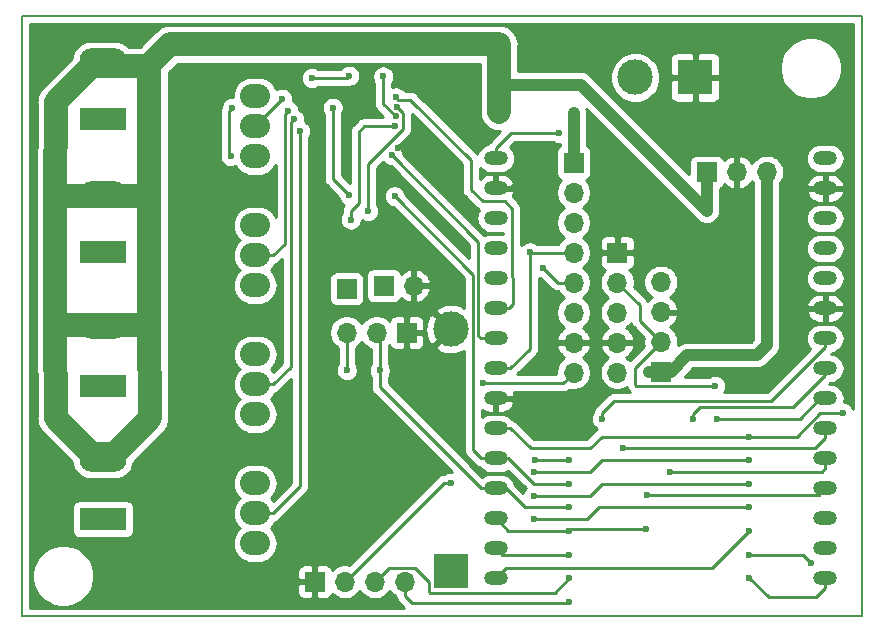
<source format=gbr>
%TF.GenerationSoftware,KiCad,Pcbnew,5.1.5-52549c5~84~ubuntu18.04.1*%
%TF.CreationDate,2020-07-26T00:10:31-03:00*%
%TF.ProjectId,Placa tesis,506c6163-6120-4746-9573-69732e6b6963,rev?*%
%TF.SameCoordinates,Original*%
%TF.FileFunction,Copper,L2,Bot*%
%TF.FilePolarity,Positive*%
%FSLAX46Y46*%
G04 Gerber Fmt 4.6, Leading zero omitted, Abs format (unit mm)*
G04 Created by KiCad (PCBNEW 5.1.5-52549c5~84~ubuntu18.04.1) date 2020-07-26 00:10:31*
%MOMM*%
%LPD*%
G04 APERTURE LIST*
%TA.AperFunction,Profile*%
%ADD10C,0.150000*%
%TD*%
%TA.AperFunction,ComponentPad*%
%ADD11R,1.700000X1.700000*%
%TD*%
%TA.AperFunction,ComponentPad*%
%ADD12O,1.700000X1.700000*%
%TD*%
%TA.AperFunction,ComponentPad*%
%ADD13R,3.960000X1.980000*%
%TD*%
%TA.AperFunction,ComponentPad*%
%ADD14O,3.960000X1.980000*%
%TD*%
%TA.AperFunction,ComponentPad*%
%ADD15O,2.540000X2.032000*%
%TD*%
%TA.AperFunction,ComponentPad*%
%ADD16O,2.000000X1.200000*%
%TD*%
%TA.AperFunction,ComponentPad*%
%ADD17C,3.000000*%
%TD*%
%TA.AperFunction,ComponentPad*%
%ADD18R,3.000000X3.000000*%
%TD*%
%TA.AperFunction,ViaPad*%
%ADD19C,0.600000*%
%TD*%
%TA.AperFunction,Conductor*%
%ADD20C,0.250000*%
%TD*%
%TA.AperFunction,Conductor*%
%ADD21C,1.000000*%
%TD*%
%TA.AperFunction,Conductor*%
%ADD22C,1.500000*%
%TD*%
%TA.AperFunction,Conductor*%
%ADD23C,2.000000*%
%TD*%
%TA.AperFunction,Conductor*%
%ADD24C,0.254000*%
%TD*%
G04 APERTURE END LIST*
D10*
X82800000Y-91800000D02*
X153900000Y-91800000D01*
X153900000Y-41000000D02*
X153900000Y-91800000D01*
X82800000Y-41000000D02*
X82800000Y-91800000D01*
X82800000Y-41000000D02*
X153900000Y-41000000D01*
D11*
%TO.P,J4,1*%
%TO.N,GND*%
X115380000Y-67800000D03*
D12*
%TO.P,J4,2*%
%TO.N,D3*%
X112840000Y-67800000D03*
%TO.P,J4,3*%
%TO.N,V5*%
X110300000Y-67800000D03*
%TD*%
D13*
%TO.P,D4,1*%
%TO.N,DR4*%
X89651000Y-49700000D03*
D14*
%TO.P,D4,2*%
%TO.N,Vin*%
X89651000Y-44700000D03*
%TD*%
D11*
%TO.P,J13,1*%
%TO.N,GND*%
X133200000Y-61020000D03*
D12*
%TO.P,J13,2*%
%TO.N,D1*%
X133200000Y-63560000D03*
%TO.P,J13,3*%
%TO.N,D2*%
X133200000Y-66100000D03*
%TO.P,J13,4*%
%TO.N,GND*%
X133200000Y-68640000D03*
%TO.P,J13,5*%
%TO.N,V5*%
X133200000Y-71180000D03*
%TD*%
D11*
%TO.P,J14,1*%
%TO.N,VinS*%
X129500000Y-53400000D03*
D12*
%TO.P,J14,2*%
%TO.N,Vin*%
X129500000Y-55940000D03*
%TO.P,J14,3*%
%TO.N,VinS*%
X129500000Y-58480000D03*
%TO.P,J14,4*%
%TO.N,ALARM*%
X129500000Y-61020000D03*
%TO.P,J14,5*%
%TO.N,D1*%
X129500000Y-63560000D03*
%TO.P,J14,6*%
%TO.N,D2*%
X129500000Y-66100000D03*
%TO.P,J14,7*%
%TO.N,GND*%
X129500000Y-68640000D03*
%TO.P,J14,8*%
%TO.N,V5*%
X129500000Y-71180000D03*
%TD*%
D11*
%TO.P,J15,1*%
%TO.N,V5*%
X136900000Y-71140000D03*
D12*
%TO.P,J15,2*%
%TO.N,D1*%
X136900000Y-68600000D03*
%TO.P,J15,3*%
%TO.N,GND*%
X136900000Y-66060000D03*
%TO.P,J15,4*%
%TO.N,D2*%
X136900000Y-63520000D03*
%TD*%
D15*
%TO.P,Q4,2*%
%TO.N,DR4*%
X102541500Y-50335500D03*
%TO.P,Q4,3*%
%TO.N,SE4*%
X102541500Y-52875500D03*
%TO.P,Q4,1*%
%TO.N,GD4*%
X102541500Y-47795500D03*
%TD*%
D16*
%TO.P,U2,15*%
%TO.N,V5*%
X150811500Y-53040000D03*
%TO.P,U2,16*%
%TO.N,Net-(R15-Pad2)*%
X122911500Y-53040000D03*
%TO.P,U2,14*%
%TO.N,GND*%
X150811500Y-55580000D03*
%TO.P,U2,17*%
X122911500Y-55580000D03*
%TO.P,U2,13*%
%TO.N,RST_esp*%
X150811500Y-58120000D03*
%TO.P,U2,18*%
%TO.N,TX*%
X122911500Y-58120000D03*
%TO.P,U2,12*%
%TO.N,EN_esp*%
X150811500Y-60660000D03*
%TO.P,U2,19*%
%TO.N,RX*%
X122911500Y-60660000D03*
%TO.P,U2,11*%
%TO.N,Net-(R15-Pad2)*%
X150811500Y-63200000D03*
%TO.P,U2,20*%
%TO.N,D8*%
X122911500Y-63200000D03*
%TO.P,U2,10*%
%TO.N,GND*%
X150811500Y-65740000D03*
%TO.P,U2,21*%
%TO.N,D7*%
X122911500Y-65740000D03*
%TO.P,U2,9*%
%TO.N,SK*%
X150811500Y-68280000D03*
%TO.P,U2,22*%
%TO.N,D6*%
X122911500Y-68280000D03*
%TO.P,U2,8*%
%TO.N,S0*%
X150811500Y-70820000D03*
%TO.P,U2,23*%
%TO.N,ALARM*%
X122911500Y-70820000D03*
%TO.P,U2,7*%
%TO.N,SC*%
X150811500Y-73360000D03*
%TO.P,U2,24*%
%TO.N,GND*%
X122911500Y-73360000D03*
%TO.P,U2,6*%
%TO.N,S1*%
X150811500Y-75900000D03*
%TO.P,U2,25*%
%TO.N,Net-(R15-Pad2)*%
X122911500Y-75900000D03*
%TO.P,U2,5*%
%TO.N,S2*%
X150811500Y-78440000D03*
%TO.P,U2,26*%
%TO.N,D4*%
X122911500Y-78440000D03*
%TO.P,U2,4*%
%TO.N,S3*%
X150811500Y-80980000D03*
%TO.P,U2,27*%
%TO.N,D3*%
X122911500Y-80980000D03*
%TO.P,U2,3*%
%TO.N,Net-(U2-Pad3)*%
X150811500Y-83520000D03*
%TO.P,U2,28*%
%TO.N,D2*%
X122911500Y-83520000D03*
%TO.P,U2,2*%
%TO.N,Net-(U2-Pad2)*%
X150811500Y-86060000D03*
%TO.P,U2,29*%
%TO.N,D1*%
X122911500Y-86060000D03*
%TO.P,U2,1*%
%TO.N,A0*%
X150811500Y-88600000D03*
%TO.P,U2,30*%
%TO.N,D0*%
X122911500Y-88600000D03*
%TD*%
D12*
%TO.P,TH1,2*%
%TO.N,GND*%
X115960760Y-63828080D03*
D11*
%TO.P,TH1,1*%
%TO.N,Net-(R10-Pad2)*%
X113420760Y-63828080D03*
%TD*%
D12*
%TO.P,J1,3*%
%TO.N,V5*%
X145865000Y-54218000D03*
%TO.P,J1,2*%
%TO.N,GND*%
X143325000Y-54218000D03*
D11*
%TO.P,J1,1*%
%TO.N,Vin*%
X140785000Y-54218000D03*
%TD*%
%TO.P,OutP,1*%
%TO.N,OutP*%
X110300000Y-64100000D03*
%TD*%
D14*
%TO.P,D1,2*%
%TO.N,Vin*%
X89651000Y-78600000D03*
D13*
%TO.P,D1,1*%
%TO.N,DR1*%
X89651000Y-83600000D03*
%TD*%
D14*
%TO.P,D2,2*%
%TO.N,Vin*%
X89651000Y-67300000D03*
D13*
%TO.P,D2,1*%
%TO.N,DR2*%
X89651000Y-72300000D03*
%TD*%
%TO.P,D3,1*%
%TO.N,DR3*%
X89651000Y-61000000D03*
D14*
%TO.P,D3,2*%
%TO.N,Vin*%
X89651000Y-56000000D03*
%TD*%
D15*
%TO.P,Q1,1*%
%TO.N,GD1*%
X102541500Y-80561500D03*
%TO.P,Q1,3*%
%TO.N,SE1*%
X102541500Y-85641500D03*
%TO.P,Q1,2*%
%TO.N,DR1*%
X102541500Y-83101500D03*
%TD*%
%TO.P,Q2,2*%
%TO.N,DR2*%
X102541500Y-72179500D03*
%TO.P,Q2,3*%
%TO.N,SE2*%
X102541500Y-74719500D03*
%TO.P,Q2,1*%
%TO.N,GD2*%
X102541500Y-69639500D03*
%TD*%
%TO.P,Q3,1*%
%TO.N,GD3*%
X102541500Y-58717500D03*
%TO.P,Q3,3*%
%TO.N,SE3*%
X102541500Y-63797500D03*
%TO.P,Q3,2*%
%TO.N,DR3*%
X102541500Y-61257500D03*
%TD*%
D17*
%TO.P,J3,2*%
%TO.N,VinS*%
X134720000Y-46200000D03*
D18*
%TO.P,J3,1*%
%TO.N,GND*%
X139800000Y-46200000D03*
%TD*%
D17*
%TO.P,BT1,2*%
%TO.N,GND*%
X119100000Y-67500000D03*
D18*
%TO.P,BT1,1*%
%TO.N,Net-(BT1-Pad1)*%
X119100000Y-87990000D03*
%TD*%
D11*
%TO.P,J5,1*%
%TO.N,GND*%
X107600000Y-88900000D03*
D12*
%TO.P,J5,2*%
%TO.N,V5*%
X110140000Y-88900000D03*
%TO.P,J5,3*%
%TO.N,RX*%
X112680000Y-88900000D03*
%TO.P,J5,4*%
%TO.N,TX*%
X115220000Y-88900000D03*
%TD*%
D19*
%TO.N,Net-(R15-Pad2)*%
X144400000Y-76600000D03*
X152300000Y-74600000D03*
%TO.N,GND*%
X129150000Y-76600000D03*
X118779020Y-52383020D03*
X126300000Y-53375000D03*
X114660470Y-52172230D03*
%TO.N,VinS*%
X129500000Y-49200000D03*
%TO.N,DR1*%
X106350000Y-50750000D03*
%TO.N,V5*%
X144400000Y-69700000D03*
X119100000Y-80500000D03*
X121800000Y-72100000D03*
X110300000Y-71000028D03*
%TO.N,Net-(R10-Pad1)*%
X110520080Y-56175440D03*
X109100000Y-48750000D03*
%TO.N,Net-(R7-Pad2)*%
X114441895Y-49502457D03*
X113390280Y-46100010D03*
%TO.N,VccLED*%
X114545560Y-48695560D03*
X112100000Y-57500000D03*
%TO.N,SE4*%
X100600000Y-48750000D03*
X100475500Y-52875500D03*
%TO.N,Vin*%
X107350000Y-46250000D03*
X110515000Y-46051000D03*
X123200000Y-43800000D03*
X123200000Y-46600000D03*
X123200000Y-49100000D03*
%TO.N,DR2*%
X105850000Y-49750000D03*
%TO.N,DR3*%
X105350000Y-49000000D03*
%TO.N,DR4*%
X104850000Y-47999990D03*
%TO.N,RX*%
X129134500Y-88600000D03*
%TO.N,EN_esp*%
X144400000Y-86600000D03*
X149600000Y-87300000D03*
%TO.N,TX*%
X129134500Y-90600000D03*
%TO.N,D0*%
X144334474Y-84600000D03*
%TO.N,D1*%
X129150000Y-86600000D03*
X126900000Y-62300000D03*
X141500000Y-72300000D03*
%TO.N,D2*%
X129150000Y-84600000D03*
X135600000Y-84400000D03*
%TO.N,D3*%
X129150000Y-82600000D03*
X113100000Y-71000004D03*
%TO.N,S3*%
X135734500Y-81515500D03*
%TO.N,D4*%
X129150000Y-80600000D03*
X114350000Y-56250000D03*
%TO.N,S2*%
X137650000Y-79600000D03*
%TO.N,D6*%
X114157360Y-52797240D03*
X144400000Y-80600000D03*
X126150000Y-81600000D03*
%TO.N,D7*%
X144400000Y-78600000D03*
X126150000Y-79600000D03*
X114480095Y-47877141D03*
%TO.N,D8*%
X129150000Y-78600000D03*
X126224979Y-78600000D03*
%TO.N,Net-(R27-Pad2)*%
X110642000Y-58227760D03*
X114395086Y-50301098D03*
%TO.N,ALARM*%
X144400000Y-82600000D03*
X126150000Y-83600000D03*
X125800000Y-61000000D03*
%TO.N,A0*%
X144400000Y-88600000D03*
%TO.N,S1*%
X133650000Y-77600000D03*
%TO.N,SC*%
X141650000Y-75100000D03*
%TO.N,S0*%
X139650000Y-75100000D03*
%TO.N,SK*%
X131900000Y-75100000D03*
%TO.N,Net-(R15-Pad2)*%
X128300000Y-50900000D03*
%TD*%
D20*
%TO.N,Net-(R15-Pad2)*%
X122655978Y-75606063D02*
X122782978Y-75733063D01*
X130900000Y-77600000D02*
X125861500Y-77600000D01*
X144400000Y-76600000D02*
X131900000Y-76600000D01*
X124161500Y-75900000D02*
X122911500Y-75900000D01*
X125861500Y-77600000D02*
X124161500Y-75900000D01*
X131900000Y-76600000D02*
X130900000Y-77600000D01*
X151875736Y-74600000D02*
X152300000Y-74600000D01*
X144400000Y-76600000D02*
X148403339Y-76600000D01*
X148403339Y-76600000D02*
X150403339Y-74600000D01*
X150403339Y-74600000D02*
X151875736Y-74600000D01*
%TO.N,GND*%
X129150000Y-76600000D02*
X127400000Y-76600000D01*
X124161500Y-73360000D02*
X122911500Y-73360000D01*
X127400000Y-76598500D02*
X124161500Y-73360000D01*
X127400000Y-76600000D02*
X127400000Y-76598500D01*
X124095000Y-55580000D02*
X122911500Y-55580000D01*
X126300000Y-53375000D02*
X124095000Y-55580000D01*
X118029020Y-52383020D02*
X117818230Y-52172230D01*
X117818230Y-52172230D02*
X115084734Y-52172230D01*
X115084734Y-52172230D02*
X114660470Y-52172230D01*
X118779020Y-52383020D02*
X118029020Y-52383020D01*
D21*
%TO.N,VinS*%
X129500000Y-53400000D02*
X129500000Y-49200000D01*
D20*
%TO.N,DR1*%
X102922500Y-83101500D02*
X102541500Y-83101500D01*
D22*
X102480499Y-83040499D02*
X102541500Y-83101500D01*
D20*
X104061500Y-83101500D02*
X102541500Y-83101500D01*
X106350000Y-80813000D02*
X104061500Y-83101500D01*
X106350000Y-50750000D02*
X106350000Y-80813000D01*
D21*
%TO.N,V5*%
X145000000Y-69700000D02*
X145865000Y-68835000D01*
X139150000Y-69700000D02*
X144400000Y-69700000D01*
X135900000Y-71100000D02*
X137750000Y-71100000D01*
X145865000Y-68835000D02*
X145865000Y-54218000D01*
X137750000Y-71100000D02*
X139150000Y-69700000D01*
X144400000Y-69700000D02*
X145000000Y-69700000D01*
D20*
X110140000Y-88900000D02*
X118540000Y-80500000D01*
X118540000Y-80500000D02*
X119100000Y-80500000D01*
X129500000Y-71180000D02*
X128580000Y-72100000D01*
X128580000Y-72100000D02*
X121800000Y-72100000D01*
X110420000Y-67100000D02*
X110300000Y-67220000D01*
X110300000Y-67220000D02*
X110300000Y-70575764D01*
X110300000Y-70575764D02*
X110300000Y-71000028D01*
%TO.N,Net-(R10-Pad1)*%
X110520080Y-56175440D02*
X109100000Y-54755360D01*
X109100000Y-54755360D02*
X109100000Y-48750000D01*
%TO.N,Net-(R7-Pad2)*%
X113390280Y-48450842D02*
X113390280Y-46100010D01*
X114441895Y-49502457D02*
X113390280Y-48450842D01*
%TO.N,VccLED*%
X115066896Y-49216896D02*
X115066896Y-50554290D01*
X114545560Y-48695560D02*
X115066896Y-49216896D01*
X112100000Y-53521186D02*
X112100000Y-57075736D01*
X115066896Y-50554290D02*
X112100000Y-53521186D01*
X112100000Y-57075736D02*
X112100000Y-57500000D01*
%TO.N,SE4*%
X100350000Y-52750000D02*
X100475500Y-52875500D01*
X100600000Y-48750000D02*
X100350000Y-49000000D01*
X100350000Y-49000000D02*
X100350000Y-52750000D01*
%TO.N,GD4*%
X102541500Y-47795500D02*
X102795500Y-47795500D01*
D23*
%TO.N,Vin*%
X90641000Y-78038000D02*
X93631000Y-75048000D01*
X89651000Y-78038000D02*
X90641000Y-78038000D01*
X93406000Y-56194000D02*
X93600000Y-56000000D01*
X89651000Y-56194000D02*
X93406000Y-56194000D01*
X93484000Y-67116000D02*
X93600000Y-67000000D01*
X89651000Y-67116000D02*
X93484000Y-67116000D01*
X93631000Y-75048000D02*
X93600000Y-67000000D01*
X93600000Y-67000000D02*
X93600000Y-56000000D01*
X85671000Y-48245500D02*
X88661000Y-45255500D01*
X88661000Y-78038000D02*
X85671000Y-75048000D01*
X88661000Y-45255500D02*
X89651000Y-45255500D01*
X89651000Y-78038000D02*
X88661000Y-78038000D01*
X89651000Y-56194000D02*
X85656000Y-56194000D01*
X85656000Y-56194000D02*
X85600000Y-56250000D01*
X85600000Y-56250000D02*
X85671000Y-48245500D01*
X85600000Y-67187000D02*
X85600000Y-67250000D01*
X85671000Y-67116000D02*
X85600000Y-67187000D01*
X89651000Y-67116000D02*
X85671000Y-67116000D01*
X85671000Y-75048000D02*
X85600000Y-67250000D01*
X85600000Y-67250000D02*
X85600000Y-56250000D01*
D20*
X107350000Y-46250000D02*
X110316000Y-46250000D01*
X110316000Y-46250000D02*
X110515000Y-46051000D01*
D23*
X93600000Y-56000000D02*
X93600000Y-45300000D01*
X93600000Y-45300000D02*
X93555500Y-45255500D01*
X93555500Y-45255500D02*
X89651000Y-45255500D01*
X93555500Y-45255500D02*
X93555500Y-45144500D01*
X93555500Y-45144500D02*
X95300000Y-43400000D01*
X95300000Y-43400000D02*
X123200000Y-43400000D01*
X123200000Y-43400000D02*
X123200000Y-43800000D01*
X123200000Y-43800000D02*
X123200000Y-46600000D01*
X123200000Y-46600000D02*
X123200000Y-49100000D01*
D21*
X140785000Y-57485000D02*
X140785000Y-54218000D01*
X130100000Y-46800000D02*
X140785000Y-57485000D01*
X123200000Y-49100000D02*
X123200000Y-46800000D01*
X123200000Y-46800000D02*
X130100000Y-46800000D01*
D20*
%TO.N,DR2*%
X104061500Y-72179500D02*
X102541500Y-72179500D01*
X105550001Y-70690999D02*
X104061500Y-72179500D01*
X105550001Y-50049999D02*
X105550001Y-70690999D01*
X105850000Y-49750000D02*
X105550001Y-50049999D01*
%TO.N,DR3*%
X104061500Y-61257500D02*
X102541500Y-61257500D01*
X105050001Y-60268999D02*
X104061500Y-61257500D01*
X105050001Y-49299999D02*
X105050001Y-60268999D01*
X105350000Y-49000000D02*
X105050001Y-49299999D01*
%TO.N,DR4*%
X102541500Y-50308490D02*
X102541500Y-50335500D01*
X104850000Y-47999990D02*
X102541500Y-50308490D01*
%TO.N,RX*%
X127919499Y-89815001D02*
X129134500Y-88600000D01*
X117339999Y-89815001D02*
X127919499Y-89815001D01*
X117274999Y-89750001D02*
X117339999Y-89815001D01*
X117274999Y-88900000D02*
X117274999Y-89750001D01*
X116099998Y-87724999D02*
X117274999Y-88900000D01*
X113855001Y-87724999D02*
X116099998Y-87724999D01*
X112680000Y-88900000D02*
X113855001Y-87724999D01*
%TO.N,EN_esp*%
X148900000Y-86600000D02*
X149300001Y-87000001D01*
X149300001Y-87000001D02*
X149600000Y-87300000D01*
X144400000Y-86600000D02*
X148900000Y-86600000D01*
%TO.N,TX*%
X115220000Y-90102081D02*
X115817919Y-90700000D01*
X115220000Y-88900000D02*
X115220000Y-90102081D01*
X115817919Y-90700000D02*
X129100000Y-90700000D01*
X129100000Y-90700000D02*
X129100000Y-90634500D01*
X129100000Y-90634500D02*
X129134500Y-90600000D01*
%TO.N,D0*%
X144034475Y-84899999D02*
X144334474Y-84600000D01*
X122911500Y-88600000D02*
X123811500Y-87700000D01*
X141234474Y-87700000D02*
X144034475Y-84899999D01*
X123811500Y-87700000D02*
X141234474Y-87700000D01*
%TO.N,D1*%
X123451500Y-86600000D02*
X122911500Y-86060000D01*
X129150000Y-86600000D02*
X123451500Y-86600000D01*
X128160000Y-63560000D02*
X129500000Y-63560000D01*
X126900000Y-62300000D02*
X128160000Y-63560000D01*
X134724999Y-70775001D02*
X136900000Y-68600000D01*
X138025002Y-72300000D02*
X138010001Y-72315001D01*
X134724999Y-72210001D02*
X134724999Y-70775001D01*
X141500000Y-72300000D02*
X138025002Y-72300000D01*
X134814998Y-72300000D02*
X134724999Y-72210001D01*
X138010001Y-72315001D02*
X135789999Y-72315001D01*
X135789999Y-72315001D02*
X135774998Y-72300000D01*
X135774998Y-72300000D02*
X134814998Y-72300000D01*
X133200000Y-63560000D02*
X132700000Y-63560000D01*
X135100000Y-65460000D02*
X133200000Y-63560000D01*
X136900000Y-68600000D02*
X135100000Y-66800000D01*
X135100000Y-66800000D02*
X135100000Y-65460000D01*
%TO.N,D2*%
X123991500Y-84600000D02*
X122911500Y-83520000D01*
X129150000Y-84600000D02*
X123991500Y-84600000D01*
X129350000Y-84400000D02*
X129150000Y-84600000D01*
X135600000Y-84400000D02*
X129350000Y-84400000D01*
%TO.N,D3*%
X123780000Y-80980000D02*
X122911500Y-80980000D01*
X129150000Y-82600000D02*
X125400000Y-82600000D01*
X125400000Y-82600000D02*
X123780000Y-80980000D01*
X122911500Y-80980000D02*
X121661500Y-80980000D01*
X113100000Y-72418500D02*
X113100000Y-71000004D01*
X112960000Y-67100000D02*
X113100000Y-67240000D01*
X113100000Y-67240000D02*
X113100000Y-70575740D01*
X121661500Y-80980000D02*
X113100000Y-72418500D01*
X113100000Y-70575740D02*
X113100000Y-71000004D01*
%TO.N,S3*%
X150276000Y-81515500D02*
X150811500Y-80980000D01*
X135734500Y-81515500D02*
X150276000Y-81515500D01*
%TO.N,D4*%
X123990000Y-78440000D02*
X122911500Y-78440000D01*
X129150000Y-80600000D02*
X126150000Y-80600000D01*
X126150000Y-80600000D02*
X123990000Y-78440000D01*
X121661500Y-78440000D02*
X122911500Y-78440000D01*
X121000000Y-77778500D02*
X121661500Y-78440000D01*
X114350000Y-56250000D02*
X121000000Y-62900000D01*
X121000000Y-62900000D02*
X121000000Y-77778500D01*
%TO.N,S2*%
X150811500Y-79290000D02*
X150811500Y-78440000D01*
X150501500Y-79600000D02*
X150811500Y-79290000D01*
X137650000Y-79600000D02*
X150501500Y-79600000D01*
%TO.N,D6*%
X126574264Y-81600000D02*
X126150000Y-81600000D01*
X130900000Y-81600000D02*
X126574264Y-81600000D01*
X144400000Y-80600000D02*
X131900000Y-80600000D01*
X131900000Y-80600000D02*
X130900000Y-81600000D01*
X121450011Y-68068511D02*
X121661500Y-68280000D01*
X121661500Y-68280000D02*
X122911500Y-68280000D01*
X121450011Y-60089891D02*
X121450011Y-68068511D01*
X114157360Y-52797240D02*
X121450011Y-60089891D01*
%TO.N,D7*%
X130900000Y-79600000D02*
X126574264Y-79600000D01*
X126574264Y-79600000D02*
X126150000Y-79600000D01*
X144400000Y-78600000D02*
X131900000Y-78600000D01*
X131900000Y-78600000D02*
X130900000Y-79600000D01*
X120800000Y-53200000D02*
X115670559Y-48070559D01*
X114673513Y-48070559D02*
X114480095Y-47877141D01*
X121800000Y-56700000D02*
X120800000Y-55700000D01*
X115670559Y-48070559D02*
X114673513Y-48070559D01*
X124060000Y-65740000D02*
X124400000Y-65400000D01*
X124300000Y-57300000D02*
X123700000Y-56700000D01*
X122911500Y-65740000D02*
X124060000Y-65740000D01*
X123700000Y-56700000D02*
X121800000Y-56700000D01*
X124300000Y-63101500D02*
X124300000Y-57300000D01*
X120800000Y-55700000D02*
X120800000Y-53200000D01*
X124400000Y-65400000D02*
X124400000Y-63201500D01*
X124400000Y-63201500D02*
X124300000Y-63101500D01*
%TO.N,D8*%
X129150000Y-78600000D02*
X126224979Y-78600000D01*
%TO.N,Net-(R27-Pad2)*%
X110642000Y-57527760D02*
X111302400Y-56867360D01*
X110642000Y-58227760D02*
X110642000Y-57527760D01*
X111302400Y-50780480D02*
X111781782Y-50301098D01*
X111781782Y-50301098D02*
X113970822Y-50301098D01*
X113970822Y-50301098D02*
X114395086Y-50301098D01*
X111302400Y-56867360D02*
X111302400Y-50780480D01*
%TO.N,ALARM*%
X130650000Y-83600000D02*
X126150000Y-83600000D01*
X144400000Y-82600000D02*
X131650000Y-82600000D01*
X131650000Y-82600000D02*
X130650000Y-83600000D01*
X122920000Y-70820000D02*
X122911500Y-70820000D01*
X125800000Y-61424264D02*
X125800000Y-61000000D01*
X125820000Y-61020000D02*
X125800000Y-61000000D01*
X122911500Y-70820000D02*
X124161500Y-70820000D01*
X124161500Y-70820000D02*
X125800000Y-69181500D01*
X125800000Y-69181500D02*
X125800000Y-61424264D01*
X129500000Y-61020000D02*
X125820000Y-61020000D01*
%TO.N,A0*%
X146025002Y-90225002D02*
X150036498Y-90225002D01*
X150036498Y-90225002D02*
X150811500Y-89450000D01*
X144400000Y-88600000D02*
X146025002Y-90225002D01*
X150811500Y-89450000D02*
X150811500Y-88600000D01*
%TO.N,S1*%
X133650000Y-77600000D02*
X149961500Y-77600000D01*
X149961500Y-77600000D02*
X150811500Y-76750000D01*
X150811500Y-76750000D02*
X150811500Y-75900000D01*
%TO.N,SC*%
X141650000Y-75100000D02*
X148671500Y-75100000D01*
X150411500Y-73360000D02*
X150811500Y-73360000D01*
X148671500Y-75100000D02*
X150411500Y-73360000D01*
%TO.N,S0*%
X150811500Y-71388500D02*
X150811500Y-70820000D01*
X148100000Y-74100000D02*
X150811500Y-71388500D01*
X140225736Y-74100000D02*
X148100000Y-74100000D01*
X139650000Y-75100000D02*
X139650000Y-74675736D01*
X139650000Y-74675736D02*
X140225736Y-74100000D01*
%TO.N,SK*%
X131900000Y-74600000D02*
X131900000Y-75100000D01*
X150811500Y-69038500D02*
X150761500Y-69038500D01*
X150811500Y-68280000D02*
X150811500Y-69038500D01*
X146250000Y-73600000D02*
X132900000Y-73600000D01*
X132900000Y-73600000D02*
X131900000Y-74600000D01*
X150761500Y-69038500D02*
X146250000Y-73550000D01*
X146250000Y-73550000D02*
X146250000Y-73600000D01*
%TO.N,Net-(R15-Pad2)*%
X122911500Y-52190000D02*
X122911500Y-53040000D01*
X124201500Y-50900000D02*
X122911500Y-52190000D01*
X128300000Y-50900000D02*
X124201500Y-50900000D01*
%TD*%
D24*
%TO.N,GND*%
G36*
X153190001Y-74305380D02*
G01*
X153128586Y-74157111D01*
X153026262Y-74003972D01*
X152896028Y-73873738D01*
X152742889Y-73771414D01*
X152572729Y-73700932D01*
X152408556Y-73668276D01*
X152428630Y-73602102D01*
X152452475Y-73360000D01*
X152428630Y-73117898D01*
X152358011Y-72885099D01*
X152243333Y-72670551D01*
X152089002Y-72482498D01*
X151900949Y-72328167D01*
X151686401Y-72213489D01*
X151453602Y-72142870D01*
X151272165Y-72125000D01*
X151149802Y-72125000D01*
X151219802Y-72055000D01*
X151272165Y-72055000D01*
X151453602Y-72037130D01*
X151686401Y-71966511D01*
X151900949Y-71851833D01*
X152089002Y-71697502D01*
X152243333Y-71509449D01*
X152358011Y-71294901D01*
X152428630Y-71062102D01*
X152452475Y-70820000D01*
X152428630Y-70577898D01*
X152358011Y-70345099D01*
X152243333Y-70130551D01*
X152089002Y-69942498D01*
X151900949Y-69788167D01*
X151686401Y-69673489D01*
X151453602Y-69602870D01*
X151335929Y-69591280D01*
X151351501Y-69578501D01*
X151415174Y-69500915D01*
X151453602Y-69497130D01*
X151686401Y-69426511D01*
X151900949Y-69311833D01*
X152089002Y-69157502D01*
X152243333Y-68969449D01*
X152358011Y-68754901D01*
X152428630Y-68522102D01*
X152452475Y-68280000D01*
X152428630Y-68037898D01*
X152358011Y-67805099D01*
X152243333Y-67590551D01*
X152089002Y-67402498D01*
X151900949Y-67248167D01*
X151686401Y-67133489D01*
X151453602Y-67062870D01*
X151272165Y-67045000D01*
X150350835Y-67045000D01*
X150169398Y-67062870D01*
X149936599Y-67133489D01*
X149722051Y-67248167D01*
X149533998Y-67402498D01*
X149379667Y-67590551D01*
X149264989Y-67805099D01*
X149194370Y-68037898D01*
X149170525Y-68280000D01*
X149194370Y-68522102D01*
X149264989Y-68754901D01*
X149379667Y-68969449D01*
X149533998Y-69157502D01*
X149552506Y-69172691D01*
X145885199Y-72840000D01*
X142263699Y-72840000D01*
X142328586Y-72742889D01*
X142399068Y-72572729D01*
X142435000Y-72392089D01*
X142435000Y-72207911D01*
X142399068Y-72027271D01*
X142328586Y-71857111D01*
X142226262Y-71703972D01*
X142096028Y-71573738D01*
X141942889Y-71471414D01*
X141772729Y-71400932D01*
X141592089Y-71365000D01*
X141407911Y-71365000D01*
X141227271Y-71400932D01*
X141057111Y-71471414D01*
X140954465Y-71540000D01*
X138915131Y-71540000D01*
X139620132Y-70835000D01*
X144944249Y-70835000D01*
X145000000Y-70840491D01*
X145055751Y-70835000D01*
X145055752Y-70835000D01*
X145222499Y-70818577D01*
X145436447Y-70753676D01*
X145633623Y-70648284D01*
X145806449Y-70506449D01*
X145841995Y-70463136D01*
X146628145Y-69676987D01*
X146671449Y-69641449D01*
X146723110Y-69578501D01*
X146813284Y-69468623D01*
X146918676Y-69271447D01*
X146983577Y-69057499D01*
X147005491Y-68835000D01*
X147000000Y-68779248D01*
X147000000Y-66057609D01*
X149218038Y-66057609D01*
X149221909Y-66095282D01*
X149314079Y-66320533D01*
X149448422Y-66523474D01*
X149619775Y-66696307D01*
X149821554Y-66832390D01*
X150046004Y-66926493D01*
X150284500Y-66975000D01*
X150684500Y-66975000D01*
X150684500Y-65867000D01*
X150938500Y-65867000D01*
X150938500Y-66975000D01*
X151338500Y-66975000D01*
X151576996Y-66926493D01*
X151801446Y-66832390D01*
X152003225Y-66696307D01*
X152174578Y-66523474D01*
X152308921Y-66320533D01*
X152401091Y-66095282D01*
X152404962Y-66057609D01*
X152280231Y-65867000D01*
X150938500Y-65867000D01*
X150684500Y-65867000D01*
X149342769Y-65867000D01*
X149218038Y-66057609D01*
X147000000Y-66057609D01*
X147000000Y-65422391D01*
X149218038Y-65422391D01*
X149342769Y-65613000D01*
X150684500Y-65613000D01*
X150684500Y-64505000D01*
X150938500Y-64505000D01*
X150938500Y-65613000D01*
X152280231Y-65613000D01*
X152404962Y-65422391D01*
X152401091Y-65384718D01*
X152308921Y-65159467D01*
X152174578Y-64956526D01*
X152003225Y-64783693D01*
X151801446Y-64647610D01*
X151576996Y-64553507D01*
X151338500Y-64505000D01*
X150938500Y-64505000D01*
X150684500Y-64505000D01*
X150284500Y-64505000D01*
X150046004Y-64553507D01*
X149821554Y-64647610D01*
X149619775Y-64783693D01*
X149448422Y-64956526D01*
X149314079Y-65159467D01*
X149221909Y-65384718D01*
X149218038Y-65422391D01*
X147000000Y-65422391D01*
X147000000Y-63200000D01*
X149170525Y-63200000D01*
X149194370Y-63442102D01*
X149264989Y-63674901D01*
X149379667Y-63889449D01*
X149533998Y-64077502D01*
X149722051Y-64231833D01*
X149936599Y-64346511D01*
X150169398Y-64417130D01*
X150350835Y-64435000D01*
X151272165Y-64435000D01*
X151453602Y-64417130D01*
X151686401Y-64346511D01*
X151900949Y-64231833D01*
X152089002Y-64077502D01*
X152243333Y-63889449D01*
X152358011Y-63674901D01*
X152428630Y-63442102D01*
X152452475Y-63200000D01*
X152428630Y-62957898D01*
X152358011Y-62725099D01*
X152243333Y-62510551D01*
X152089002Y-62322498D01*
X151900949Y-62168167D01*
X151686401Y-62053489D01*
X151453602Y-61982870D01*
X151272165Y-61965000D01*
X150350835Y-61965000D01*
X150169398Y-61982870D01*
X149936599Y-62053489D01*
X149722051Y-62168167D01*
X149533998Y-62322498D01*
X149379667Y-62510551D01*
X149264989Y-62725099D01*
X149194370Y-62957898D01*
X149170525Y-63200000D01*
X147000000Y-63200000D01*
X147000000Y-60660000D01*
X149170525Y-60660000D01*
X149194370Y-60902102D01*
X149264989Y-61134901D01*
X149379667Y-61349449D01*
X149533998Y-61537502D01*
X149722051Y-61691833D01*
X149936599Y-61806511D01*
X150169398Y-61877130D01*
X150350835Y-61895000D01*
X151272165Y-61895000D01*
X151453602Y-61877130D01*
X151686401Y-61806511D01*
X151900949Y-61691833D01*
X152089002Y-61537502D01*
X152243333Y-61349449D01*
X152358011Y-61134901D01*
X152428630Y-60902102D01*
X152452475Y-60660000D01*
X152428630Y-60417898D01*
X152358011Y-60185099D01*
X152243333Y-59970551D01*
X152089002Y-59782498D01*
X151900949Y-59628167D01*
X151686401Y-59513489D01*
X151453602Y-59442870D01*
X151272165Y-59425000D01*
X150350835Y-59425000D01*
X150169398Y-59442870D01*
X149936599Y-59513489D01*
X149722051Y-59628167D01*
X149533998Y-59782498D01*
X149379667Y-59970551D01*
X149264989Y-60185099D01*
X149194370Y-60417898D01*
X149170525Y-60660000D01*
X147000000Y-60660000D01*
X147000000Y-58120000D01*
X149170525Y-58120000D01*
X149194370Y-58362102D01*
X149264989Y-58594901D01*
X149379667Y-58809449D01*
X149533998Y-58997502D01*
X149722051Y-59151833D01*
X149936599Y-59266511D01*
X150169398Y-59337130D01*
X150350835Y-59355000D01*
X151272165Y-59355000D01*
X151453602Y-59337130D01*
X151686401Y-59266511D01*
X151900949Y-59151833D01*
X152089002Y-58997502D01*
X152243333Y-58809449D01*
X152358011Y-58594901D01*
X152428630Y-58362102D01*
X152452475Y-58120000D01*
X152428630Y-57877898D01*
X152358011Y-57645099D01*
X152243333Y-57430551D01*
X152089002Y-57242498D01*
X151900949Y-57088167D01*
X151686401Y-56973489D01*
X151453602Y-56902870D01*
X151272165Y-56885000D01*
X150350835Y-56885000D01*
X150169398Y-56902870D01*
X149936599Y-56973489D01*
X149722051Y-57088167D01*
X149533998Y-57242498D01*
X149379667Y-57430551D01*
X149264989Y-57645099D01*
X149194370Y-57877898D01*
X149170525Y-58120000D01*
X147000000Y-58120000D01*
X147000000Y-55897609D01*
X149218038Y-55897609D01*
X149221909Y-55935282D01*
X149314079Y-56160533D01*
X149448422Y-56363474D01*
X149619775Y-56536307D01*
X149821554Y-56672390D01*
X150046004Y-56766493D01*
X150284500Y-56815000D01*
X150684500Y-56815000D01*
X150684500Y-55707000D01*
X150938500Y-55707000D01*
X150938500Y-56815000D01*
X151338500Y-56815000D01*
X151576996Y-56766493D01*
X151801446Y-56672390D01*
X152003225Y-56536307D01*
X152174578Y-56363474D01*
X152308921Y-56160533D01*
X152401091Y-55935282D01*
X152404962Y-55897609D01*
X152280231Y-55707000D01*
X150938500Y-55707000D01*
X150684500Y-55707000D01*
X149342769Y-55707000D01*
X149218038Y-55897609D01*
X147000000Y-55897609D01*
X147000000Y-55262391D01*
X149218038Y-55262391D01*
X149342769Y-55453000D01*
X150684500Y-55453000D01*
X150684500Y-54345000D01*
X150938500Y-54345000D01*
X150938500Y-55453000D01*
X152280231Y-55453000D01*
X152404962Y-55262391D01*
X152401091Y-55224718D01*
X152308921Y-54999467D01*
X152174578Y-54796526D01*
X152003225Y-54623693D01*
X151801446Y-54487610D01*
X151576996Y-54393507D01*
X151338500Y-54345000D01*
X150938500Y-54345000D01*
X150684500Y-54345000D01*
X150284500Y-54345000D01*
X150046004Y-54393507D01*
X149821554Y-54487610D01*
X149619775Y-54623693D01*
X149448422Y-54796526D01*
X149314079Y-54999467D01*
X149221909Y-55224718D01*
X149218038Y-55262391D01*
X147000000Y-55262391D01*
X147000000Y-55183107D01*
X147018475Y-55164632D01*
X147180990Y-54921411D01*
X147292932Y-54651158D01*
X147350000Y-54364260D01*
X147350000Y-54071740D01*
X147292932Y-53784842D01*
X147180990Y-53514589D01*
X147018475Y-53271368D01*
X146811632Y-53064525D01*
X146774928Y-53040000D01*
X149170525Y-53040000D01*
X149194370Y-53282102D01*
X149264989Y-53514901D01*
X149379667Y-53729449D01*
X149533998Y-53917502D01*
X149722051Y-54071833D01*
X149936599Y-54186511D01*
X150169398Y-54257130D01*
X150350835Y-54275000D01*
X151272165Y-54275000D01*
X151453602Y-54257130D01*
X151686401Y-54186511D01*
X151900949Y-54071833D01*
X152089002Y-53917502D01*
X152243333Y-53729449D01*
X152358011Y-53514901D01*
X152428630Y-53282102D01*
X152452475Y-53040000D01*
X152428630Y-52797898D01*
X152358011Y-52565099D01*
X152243333Y-52350551D01*
X152089002Y-52162498D01*
X151900949Y-52008167D01*
X151686401Y-51893489D01*
X151453602Y-51822870D01*
X151272165Y-51805000D01*
X150350835Y-51805000D01*
X150169398Y-51822870D01*
X149936599Y-51893489D01*
X149722051Y-52008167D01*
X149533998Y-52162498D01*
X149379667Y-52350551D01*
X149264989Y-52565099D01*
X149194370Y-52797898D01*
X149170525Y-53040000D01*
X146774928Y-53040000D01*
X146568411Y-52902010D01*
X146298158Y-52790068D01*
X146011260Y-52733000D01*
X145718740Y-52733000D01*
X145431842Y-52790068D01*
X145161589Y-52902010D01*
X144918368Y-53064525D01*
X144711525Y-53271368D01*
X144589805Y-53453534D01*
X144520178Y-53336645D01*
X144325269Y-53120412D01*
X144091920Y-52946359D01*
X143829099Y-52821175D01*
X143681890Y-52776524D01*
X143452000Y-52897845D01*
X143452000Y-54091000D01*
X143472000Y-54091000D01*
X143472000Y-54345000D01*
X143452000Y-54345000D01*
X143452000Y-55538155D01*
X143681890Y-55659476D01*
X143829099Y-55614825D01*
X144091920Y-55489641D01*
X144325269Y-55315588D01*
X144520178Y-55099355D01*
X144589805Y-54982466D01*
X144711525Y-55164632D01*
X144730001Y-55183108D01*
X144730000Y-68364868D01*
X144529868Y-68565000D01*
X139205751Y-68565000D01*
X139150000Y-68559509D01*
X139094248Y-68565000D01*
X138927501Y-68581423D01*
X138713553Y-68646324D01*
X138516377Y-68751716D01*
X138358072Y-68881634D01*
X138385000Y-68746260D01*
X138385000Y-68453740D01*
X138327932Y-68166842D01*
X138215990Y-67896589D01*
X138053475Y-67653368D01*
X137846632Y-67446525D01*
X137664466Y-67324805D01*
X137781355Y-67255178D01*
X137997588Y-67060269D01*
X138171641Y-66826920D01*
X138296825Y-66564099D01*
X138341476Y-66416890D01*
X138220155Y-66187000D01*
X137027000Y-66187000D01*
X137027000Y-66207000D01*
X136773000Y-66207000D01*
X136773000Y-66187000D01*
X136753000Y-66187000D01*
X136753000Y-65933000D01*
X136773000Y-65933000D01*
X136773000Y-65913000D01*
X137027000Y-65913000D01*
X137027000Y-65933000D01*
X138220155Y-65933000D01*
X138341476Y-65703110D01*
X138296825Y-65555901D01*
X138171641Y-65293080D01*
X137997588Y-65059731D01*
X137781355Y-64864822D01*
X137664466Y-64795195D01*
X137846632Y-64673475D01*
X138053475Y-64466632D01*
X138215990Y-64223411D01*
X138327932Y-63953158D01*
X138385000Y-63666260D01*
X138385000Y-63373740D01*
X138327932Y-63086842D01*
X138215990Y-62816589D01*
X138053475Y-62573368D01*
X137846632Y-62366525D01*
X137603411Y-62204010D01*
X137333158Y-62092068D01*
X137046260Y-62035000D01*
X136753740Y-62035000D01*
X136466842Y-62092068D01*
X136196589Y-62204010D01*
X135953368Y-62366525D01*
X135746525Y-62573368D01*
X135584010Y-62816589D01*
X135472068Y-63086842D01*
X135415000Y-63373740D01*
X135415000Y-63666260D01*
X135472068Y-63953158D01*
X135584010Y-64223411D01*
X135746525Y-64466632D01*
X135953368Y-64673475D01*
X136135534Y-64795195D01*
X136018645Y-64864822D01*
X135802412Y-65059731D01*
X135770602Y-65102378D01*
X135734974Y-65035724D01*
X135640001Y-64919999D01*
X135611003Y-64896201D01*
X134641209Y-63926408D01*
X134685000Y-63706260D01*
X134685000Y-63413740D01*
X134627932Y-63126842D01*
X134515990Y-62856589D01*
X134353475Y-62613368D01*
X134221620Y-62481513D01*
X134294180Y-62459502D01*
X134404494Y-62400537D01*
X134501185Y-62321185D01*
X134580537Y-62224494D01*
X134639502Y-62114180D01*
X134675812Y-61994482D01*
X134688072Y-61870000D01*
X134685000Y-61305750D01*
X134526250Y-61147000D01*
X133327000Y-61147000D01*
X133327000Y-61167000D01*
X133073000Y-61167000D01*
X133073000Y-61147000D01*
X131873750Y-61147000D01*
X131715000Y-61305750D01*
X131711928Y-61870000D01*
X131724188Y-61994482D01*
X131760498Y-62114180D01*
X131819463Y-62224494D01*
X131898815Y-62321185D01*
X131995506Y-62400537D01*
X132105820Y-62459502D01*
X132178380Y-62481513D01*
X132046525Y-62613368D01*
X131884010Y-62856589D01*
X131772068Y-63126842D01*
X131715000Y-63413740D01*
X131715000Y-63706260D01*
X131772068Y-63993158D01*
X131884010Y-64263411D01*
X132046525Y-64506632D01*
X132253368Y-64713475D01*
X132427760Y-64830000D01*
X132253368Y-64946525D01*
X132046525Y-65153368D01*
X131884010Y-65396589D01*
X131772068Y-65666842D01*
X131715000Y-65953740D01*
X131715000Y-66246260D01*
X131772068Y-66533158D01*
X131884010Y-66803411D01*
X132046525Y-67046632D01*
X132253368Y-67253475D01*
X132435534Y-67375195D01*
X132318645Y-67444822D01*
X132102412Y-67639731D01*
X131928359Y-67873080D01*
X131803175Y-68135901D01*
X131758524Y-68283110D01*
X131879845Y-68513000D01*
X133073000Y-68513000D01*
X133073000Y-68493000D01*
X133327000Y-68493000D01*
X133327000Y-68513000D01*
X134520155Y-68513000D01*
X134641476Y-68283110D01*
X134596825Y-68135901D01*
X134471641Y-67873080D01*
X134297588Y-67639731D01*
X134081355Y-67444822D01*
X133964466Y-67375195D01*
X134146632Y-67253475D01*
X134353475Y-67046632D01*
X134372143Y-67018694D01*
X134388014Y-67071015D01*
X134394454Y-67092246D01*
X134465026Y-67224276D01*
X134490387Y-67255178D01*
X134559999Y-67340001D01*
X134589002Y-67363803D01*
X135458790Y-68233592D01*
X135415000Y-68453740D01*
X135415000Y-68746260D01*
X135458790Y-68966408D01*
X134272653Y-70152546D01*
X134146632Y-70026525D01*
X133964466Y-69904805D01*
X134081355Y-69835178D01*
X134297588Y-69640269D01*
X134471641Y-69406920D01*
X134596825Y-69144099D01*
X134641476Y-68996890D01*
X134520155Y-68767000D01*
X133327000Y-68767000D01*
X133327000Y-68787000D01*
X133073000Y-68787000D01*
X133073000Y-68767000D01*
X131879845Y-68767000D01*
X131758524Y-68996890D01*
X131803175Y-69144099D01*
X131928359Y-69406920D01*
X132102412Y-69640269D01*
X132318645Y-69835178D01*
X132435534Y-69904805D01*
X132253368Y-70026525D01*
X132046525Y-70233368D01*
X131884010Y-70476589D01*
X131772068Y-70746842D01*
X131715000Y-71033740D01*
X131715000Y-71326260D01*
X131772068Y-71613158D01*
X131884010Y-71883411D01*
X132046525Y-72126632D01*
X132253368Y-72333475D01*
X132496589Y-72495990D01*
X132766842Y-72607932D01*
X133053740Y-72665000D01*
X133346260Y-72665000D01*
X133633158Y-72607932D01*
X133903411Y-72495990D01*
X133998319Y-72432575D01*
X134005374Y-72455833D01*
X134019453Y-72502247D01*
X134090025Y-72634277D01*
X134115239Y-72665000D01*
X134184998Y-72750002D01*
X134214002Y-72773805D01*
X134251194Y-72810997D01*
X134274996Y-72840000D01*
X132937333Y-72840000D01*
X132900000Y-72836323D01*
X132862667Y-72840000D01*
X132751014Y-72850997D01*
X132607753Y-72894454D01*
X132475724Y-72965026D01*
X132359999Y-73059999D01*
X132336201Y-73088997D01*
X131389002Y-74036196D01*
X131359999Y-74059999D01*
X131315847Y-74113799D01*
X131265026Y-74175724D01*
X131224544Y-74251460D01*
X131194454Y-74307754D01*
X131150997Y-74451015D01*
X131140948Y-74553046D01*
X131071414Y-74657111D01*
X131000932Y-74827271D01*
X130965000Y-75007911D01*
X130965000Y-75192089D01*
X131000932Y-75372729D01*
X131071414Y-75542889D01*
X131173738Y-75696028D01*
X131303972Y-75826262D01*
X131457111Y-75928586D01*
X131506007Y-75948839D01*
X131475724Y-75965026D01*
X131359999Y-76059999D01*
X131336201Y-76088997D01*
X130585199Y-76840000D01*
X126176302Y-76840000D01*
X124725304Y-75389003D01*
X124701501Y-75359999D01*
X124585776Y-75265026D01*
X124453747Y-75194454D01*
X124310486Y-75150997D01*
X124293049Y-75149280D01*
X124189002Y-75022498D01*
X124000949Y-74868167D01*
X123786401Y-74753489D01*
X123553602Y-74682870D01*
X123372165Y-74665000D01*
X122450835Y-74665000D01*
X122269398Y-74682870D01*
X122036599Y-74753489D01*
X121822051Y-74868167D01*
X121760000Y-74919091D01*
X121760000Y-74343435D01*
X121921554Y-74452390D01*
X122146004Y-74546493D01*
X122384500Y-74595000D01*
X122784500Y-74595000D01*
X122784500Y-73487000D01*
X123038500Y-73487000D01*
X123038500Y-74595000D01*
X123438500Y-74595000D01*
X123676996Y-74546493D01*
X123901446Y-74452390D01*
X124103225Y-74316307D01*
X124274578Y-74143474D01*
X124408921Y-73940533D01*
X124501091Y-73715282D01*
X124504962Y-73677609D01*
X124380231Y-73487000D01*
X123038500Y-73487000D01*
X122784500Y-73487000D01*
X122764500Y-73487000D01*
X122764500Y-73233000D01*
X122784500Y-73233000D01*
X122784500Y-73213000D01*
X123038500Y-73213000D01*
X123038500Y-73233000D01*
X124380231Y-73233000D01*
X124504962Y-73042391D01*
X124501091Y-73004718D01*
X124441874Y-72860000D01*
X128542678Y-72860000D01*
X128580000Y-72863676D01*
X128617322Y-72860000D01*
X128617333Y-72860000D01*
X128728986Y-72849003D01*
X128872247Y-72805546D01*
X129004276Y-72734974D01*
X129120001Y-72640001D01*
X129135166Y-72621523D01*
X129353740Y-72665000D01*
X129646260Y-72665000D01*
X129933158Y-72607932D01*
X130203411Y-72495990D01*
X130446632Y-72333475D01*
X130653475Y-72126632D01*
X130815990Y-71883411D01*
X130927932Y-71613158D01*
X130985000Y-71326260D01*
X130985000Y-71033740D01*
X130927932Y-70746842D01*
X130815990Y-70476589D01*
X130653475Y-70233368D01*
X130446632Y-70026525D01*
X130264466Y-69904805D01*
X130381355Y-69835178D01*
X130597588Y-69640269D01*
X130771641Y-69406920D01*
X130896825Y-69144099D01*
X130941476Y-68996890D01*
X130820155Y-68767000D01*
X129627000Y-68767000D01*
X129627000Y-68787000D01*
X129373000Y-68787000D01*
X129373000Y-68767000D01*
X128179845Y-68767000D01*
X128058524Y-68996890D01*
X128103175Y-69144099D01*
X128228359Y-69406920D01*
X128402412Y-69640269D01*
X128618645Y-69835178D01*
X128735534Y-69904805D01*
X128553368Y-70026525D01*
X128346525Y-70233368D01*
X128184010Y-70476589D01*
X128072068Y-70746842D01*
X128015000Y-71033740D01*
X128015000Y-71326260D01*
X128017733Y-71340000D01*
X124717915Y-71340000D01*
X124725304Y-71330997D01*
X126311004Y-69745298D01*
X126340001Y-69721501D01*
X126366332Y-69689417D01*
X126434974Y-69605777D01*
X126505546Y-69473747D01*
X126519644Y-69427271D01*
X126549003Y-69330486D01*
X126560000Y-69218833D01*
X126560000Y-69218823D01*
X126563676Y-69181500D01*
X126560000Y-69144177D01*
X126560000Y-63171204D01*
X126627271Y-63199068D01*
X126748351Y-63223153D01*
X127596200Y-64071002D01*
X127619999Y-64100001D01*
X127648997Y-64123799D01*
X127735723Y-64194974D01*
X127788925Y-64223411D01*
X127867753Y-64265546D01*
X128011014Y-64309003D01*
X128122667Y-64320000D01*
X128122676Y-64320000D01*
X128159999Y-64323676D01*
X128197322Y-64320000D01*
X128221822Y-64320000D01*
X128346525Y-64506632D01*
X128553368Y-64713475D01*
X128727760Y-64830000D01*
X128553368Y-64946525D01*
X128346525Y-65153368D01*
X128184010Y-65396589D01*
X128072068Y-65666842D01*
X128015000Y-65953740D01*
X128015000Y-66246260D01*
X128072068Y-66533158D01*
X128184010Y-66803411D01*
X128346525Y-67046632D01*
X128553368Y-67253475D01*
X128735534Y-67375195D01*
X128618645Y-67444822D01*
X128402412Y-67639731D01*
X128228359Y-67873080D01*
X128103175Y-68135901D01*
X128058524Y-68283110D01*
X128179845Y-68513000D01*
X129373000Y-68513000D01*
X129373000Y-68493000D01*
X129627000Y-68493000D01*
X129627000Y-68513000D01*
X130820155Y-68513000D01*
X130941476Y-68283110D01*
X130896825Y-68135901D01*
X130771641Y-67873080D01*
X130597588Y-67639731D01*
X130381355Y-67444822D01*
X130264466Y-67375195D01*
X130446632Y-67253475D01*
X130653475Y-67046632D01*
X130815990Y-66803411D01*
X130927932Y-66533158D01*
X130985000Y-66246260D01*
X130985000Y-65953740D01*
X130927932Y-65666842D01*
X130815990Y-65396589D01*
X130653475Y-65153368D01*
X130446632Y-64946525D01*
X130272240Y-64830000D01*
X130446632Y-64713475D01*
X130653475Y-64506632D01*
X130815990Y-64263411D01*
X130927932Y-63993158D01*
X130985000Y-63706260D01*
X130985000Y-63413740D01*
X130927932Y-63126842D01*
X130815990Y-62856589D01*
X130653475Y-62613368D01*
X130446632Y-62406525D01*
X130272240Y-62290000D01*
X130446632Y-62173475D01*
X130653475Y-61966632D01*
X130815990Y-61723411D01*
X130927932Y-61453158D01*
X130985000Y-61166260D01*
X130985000Y-60873740D01*
X130927932Y-60586842D01*
X130815990Y-60316589D01*
X130718043Y-60170000D01*
X131711928Y-60170000D01*
X131715000Y-60734250D01*
X131873750Y-60893000D01*
X133073000Y-60893000D01*
X133073000Y-59693750D01*
X133327000Y-59693750D01*
X133327000Y-60893000D01*
X134526250Y-60893000D01*
X134685000Y-60734250D01*
X134688072Y-60170000D01*
X134675812Y-60045518D01*
X134639502Y-59925820D01*
X134580537Y-59815506D01*
X134501185Y-59718815D01*
X134404494Y-59639463D01*
X134294180Y-59580498D01*
X134174482Y-59544188D01*
X134050000Y-59531928D01*
X133485750Y-59535000D01*
X133327000Y-59693750D01*
X133073000Y-59693750D01*
X132914250Y-59535000D01*
X132350000Y-59531928D01*
X132225518Y-59544188D01*
X132105820Y-59580498D01*
X131995506Y-59639463D01*
X131898815Y-59718815D01*
X131819463Y-59815506D01*
X131760498Y-59925820D01*
X131724188Y-60045518D01*
X131711928Y-60170000D01*
X130718043Y-60170000D01*
X130653475Y-60073368D01*
X130446632Y-59866525D01*
X130272240Y-59750000D01*
X130446632Y-59633475D01*
X130653475Y-59426632D01*
X130815990Y-59183411D01*
X130927932Y-58913158D01*
X130985000Y-58626260D01*
X130985000Y-58333740D01*
X130927932Y-58046842D01*
X130815990Y-57776589D01*
X130653475Y-57533368D01*
X130446632Y-57326525D01*
X130272240Y-57210000D01*
X130446632Y-57093475D01*
X130653475Y-56886632D01*
X130815990Y-56643411D01*
X130927932Y-56373158D01*
X130985000Y-56086260D01*
X130985000Y-55793740D01*
X130927932Y-55506842D01*
X130815990Y-55236589D01*
X130653475Y-54993368D01*
X130521620Y-54861513D01*
X130594180Y-54839502D01*
X130704494Y-54780537D01*
X130801185Y-54701185D01*
X130880537Y-54604494D01*
X130939502Y-54494180D01*
X130975812Y-54374482D01*
X130988072Y-54250000D01*
X130988072Y-52550000D01*
X130975812Y-52425518D01*
X130939502Y-52305820D01*
X130880537Y-52195506D01*
X130801185Y-52098815D01*
X130704494Y-52019463D01*
X130635000Y-51982317D01*
X130635000Y-49144248D01*
X130618577Y-48977501D01*
X130595153Y-48900285D01*
X139943009Y-58248141D01*
X139978551Y-58291449D01*
X140151377Y-58433284D01*
X140348553Y-58538676D01*
X140562501Y-58603577D01*
X140785000Y-58625491D01*
X141007498Y-58603577D01*
X141221446Y-58538676D01*
X141418623Y-58433284D01*
X141591449Y-58291449D01*
X141733284Y-58118623D01*
X141838676Y-57921447D01*
X141903577Y-57707499D01*
X141920000Y-57540752D01*
X141920000Y-57540751D01*
X141925491Y-57485000D01*
X141920000Y-57429248D01*
X141920000Y-55635683D01*
X141989494Y-55598537D01*
X142086185Y-55519185D01*
X142165537Y-55422494D01*
X142224502Y-55312180D01*
X142248966Y-55231534D01*
X142324731Y-55315588D01*
X142558080Y-55489641D01*
X142820901Y-55614825D01*
X142968110Y-55659476D01*
X143198000Y-55538155D01*
X143198000Y-54345000D01*
X143178000Y-54345000D01*
X143178000Y-54091000D01*
X143198000Y-54091000D01*
X143198000Y-52897845D01*
X142968110Y-52776524D01*
X142820901Y-52821175D01*
X142558080Y-52946359D01*
X142324731Y-53120412D01*
X142248966Y-53204466D01*
X142224502Y-53123820D01*
X142165537Y-53013506D01*
X142086185Y-52916815D01*
X141989494Y-52837463D01*
X141879180Y-52778498D01*
X141759482Y-52742188D01*
X141635000Y-52729928D01*
X139935000Y-52729928D01*
X139810518Y-52742188D01*
X139690820Y-52778498D01*
X139580506Y-52837463D01*
X139483815Y-52916815D01*
X139404463Y-53013506D01*
X139345498Y-53123820D01*
X139309188Y-53243518D01*
X139296928Y-53368000D01*
X139296928Y-54391796D01*
X130941996Y-46036865D01*
X130906449Y-45993551D01*
X130901783Y-45989721D01*
X132585000Y-45989721D01*
X132585000Y-46410279D01*
X132667047Y-46822756D01*
X132827988Y-47211302D01*
X133061637Y-47560983D01*
X133359017Y-47858363D01*
X133708698Y-48092012D01*
X134097244Y-48252953D01*
X134509721Y-48335000D01*
X134930279Y-48335000D01*
X135342756Y-48252953D01*
X135731302Y-48092012D01*
X136080983Y-47858363D01*
X136239346Y-47700000D01*
X137661928Y-47700000D01*
X137674188Y-47824482D01*
X137710498Y-47944180D01*
X137769463Y-48054494D01*
X137848815Y-48151185D01*
X137945506Y-48230537D01*
X138055820Y-48289502D01*
X138175518Y-48325812D01*
X138300000Y-48338072D01*
X139514250Y-48335000D01*
X139673000Y-48176250D01*
X139673000Y-46327000D01*
X139927000Y-46327000D01*
X139927000Y-48176250D01*
X140085750Y-48335000D01*
X141300000Y-48338072D01*
X141424482Y-48325812D01*
X141544180Y-48289502D01*
X141654494Y-48230537D01*
X141751185Y-48151185D01*
X141830537Y-48054494D01*
X141889502Y-47944180D01*
X141925812Y-47824482D01*
X141938072Y-47700000D01*
X141935000Y-46485750D01*
X141776250Y-46327000D01*
X139927000Y-46327000D01*
X139673000Y-46327000D01*
X137823750Y-46327000D01*
X137665000Y-46485750D01*
X137661928Y-47700000D01*
X136239346Y-47700000D01*
X136378363Y-47560983D01*
X136612012Y-47211302D01*
X136772953Y-46822756D01*
X136855000Y-46410279D01*
X136855000Y-45989721D01*
X136772953Y-45577244D01*
X136612012Y-45188698D01*
X136378363Y-44839017D01*
X136239346Y-44700000D01*
X137661928Y-44700000D01*
X137665000Y-45914250D01*
X137823750Y-46073000D01*
X139673000Y-46073000D01*
X139673000Y-44223750D01*
X139927000Y-44223750D01*
X139927000Y-46073000D01*
X141776250Y-46073000D01*
X141935000Y-45914250D01*
X141936955Y-45141263D01*
X146973000Y-45141263D01*
X146973000Y-45658737D01*
X147073954Y-46166268D01*
X147271983Y-46644351D01*
X147559476Y-47074615D01*
X147925385Y-47440524D01*
X148355649Y-47728017D01*
X148833732Y-47926046D01*
X149341263Y-48027000D01*
X149858737Y-48027000D01*
X150366268Y-47926046D01*
X150844351Y-47728017D01*
X151274615Y-47440524D01*
X151640524Y-47074615D01*
X151928017Y-46644351D01*
X152126046Y-46166268D01*
X152227000Y-45658737D01*
X152227000Y-45141263D01*
X152126046Y-44633732D01*
X151928017Y-44155649D01*
X151640524Y-43725385D01*
X151274615Y-43359476D01*
X150844351Y-43071983D01*
X150366268Y-42873954D01*
X149858737Y-42773000D01*
X149341263Y-42773000D01*
X148833732Y-42873954D01*
X148355649Y-43071983D01*
X147925385Y-43359476D01*
X147559476Y-43725385D01*
X147271983Y-44155649D01*
X147073954Y-44633732D01*
X146973000Y-45141263D01*
X141936955Y-45141263D01*
X141938072Y-44700000D01*
X141925812Y-44575518D01*
X141889502Y-44455820D01*
X141830537Y-44345506D01*
X141751185Y-44248815D01*
X141654494Y-44169463D01*
X141544180Y-44110498D01*
X141424482Y-44074188D01*
X141300000Y-44061928D01*
X140085750Y-44065000D01*
X139927000Y-44223750D01*
X139673000Y-44223750D01*
X139514250Y-44065000D01*
X138300000Y-44061928D01*
X138175518Y-44074188D01*
X138055820Y-44110498D01*
X137945506Y-44169463D01*
X137848815Y-44248815D01*
X137769463Y-44345506D01*
X137710498Y-44455820D01*
X137674188Y-44575518D01*
X137661928Y-44700000D01*
X136239346Y-44700000D01*
X136080983Y-44541637D01*
X135731302Y-44307988D01*
X135342756Y-44147047D01*
X134930279Y-44065000D01*
X134509721Y-44065000D01*
X134097244Y-44147047D01*
X133708698Y-44307988D01*
X133359017Y-44541637D01*
X133061637Y-44839017D01*
X132827988Y-45188698D01*
X132667047Y-45577244D01*
X132585000Y-45989721D01*
X130901783Y-45989721D01*
X130733623Y-45851716D01*
X130536447Y-45746324D01*
X130322499Y-45681423D01*
X130155752Y-45665000D01*
X130155751Y-45665000D01*
X130100000Y-45659509D01*
X130044249Y-45665000D01*
X124835000Y-45665000D01*
X124835000Y-43480322D01*
X124842911Y-43400000D01*
X124811343Y-43079484D01*
X124717852Y-42771285D01*
X124566031Y-42487248D01*
X124361714Y-42238286D01*
X124112752Y-42033969D01*
X123828715Y-41882148D01*
X123520516Y-41788657D01*
X123280322Y-41765000D01*
X123200000Y-41757089D01*
X123119678Y-41765000D01*
X95380330Y-41765000D01*
X95300000Y-41757088D01*
X94979483Y-41788657D01*
X94671285Y-41882148D01*
X94387248Y-42033969D01*
X94138286Y-42238286D01*
X94087084Y-42300676D01*
X92767262Y-43620500D01*
X91857248Y-43620500D01*
X91795608Y-43545392D01*
X91548170Y-43342325D01*
X91265869Y-43191432D01*
X90959556Y-43098513D01*
X90720824Y-43075000D01*
X88581176Y-43075000D01*
X88342444Y-43098513D01*
X88036131Y-43191432D01*
X87753830Y-43342325D01*
X87506392Y-43545392D01*
X87303325Y-43792830D01*
X87152432Y-44075131D01*
X87059513Y-44381444D01*
X87041672Y-44562588D01*
X84576823Y-47027438D01*
X84519636Y-47073528D01*
X84463217Y-47141045D01*
X84458085Y-47146177D01*
X84411776Y-47202605D01*
X84313119Y-47320668D01*
X84309612Y-47327092D01*
X84304970Y-47332748D01*
X84232479Y-47468369D01*
X84158785Y-47603347D01*
X84156599Y-47610330D01*
X84153148Y-47616786D01*
X84108501Y-47763970D01*
X84062564Y-47910705D01*
X84061782Y-47917982D01*
X84059658Y-47924984D01*
X84044585Y-48078020D01*
X84036777Y-48150680D01*
X84036713Y-48157946D01*
X84028089Y-48245500D01*
X84035288Y-48318587D01*
X83965712Y-56162448D01*
X83957089Y-56250000D01*
X83965001Y-56330329D01*
X83965000Y-67106678D01*
X83957089Y-67187000D01*
X83965000Y-67267319D01*
X83965000Y-67330322D01*
X83965732Y-67337751D01*
X84035269Y-74975098D01*
X84028089Y-75048000D01*
X84036732Y-75135753D01*
X84036800Y-75143204D01*
X84044601Y-75215643D01*
X84059658Y-75368516D01*
X84061837Y-75375700D01*
X84062642Y-75383173D01*
X84108566Y-75529745D01*
X84153148Y-75676714D01*
X84156691Y-75683342D01*
X84158936Y-75690508D01*
X84232571Y-75825303D01*
X84304970Y-75960752D01*
X84309734Y-75966556D01*
X84313336Y-75973151D01*
X84411905Y-76091052D01*
X84458085Y-76147323D01*
X84463352Y-76152590D01*
X84519911Y-76220242D01*
X84576959Y-76266197D01*
X87040962Y-78730201D01*
X87059513Y-78918556D01*
X87152432Y-79224869D01*
X87303325Y-79507170D01*
X87506392Y-79754608D01*
X87753830Y-79957675D01*
X88036131Y-80108568D01*
X88342444Y-80201487D01*
X88581176Y-80225000D01*
X90720824Y-80225000D01*
X90959556Y-80201487D01*
X91265869Y-80108568D01*
X91548170Y-79957675D01*
X91795608Y-79754608D01*
X91998675Y-79507170D01*
X92149568Y-79224869D01*
X92242487Y-78918556D01*
X92261038Y-78730200D01*
X94732560Y-76258680D01*
X94797180Y-76205230D01*
X94896768Y-76082924D01*
X94997030Y-75960753D01*
X94998530Y-75957946D01*
X95000536Y-75955483D01*
X95074382Y-75816039D01*
X95148852Y-75676715D01*
X95149775Y-75673671D01*
X95151262Y-75670864D01*
X95196464Y-75519758D01*
X95242343Y-75368517D01*
X95242655Y-75365349D01*
X95243565Y-75362307D01*
X95258412Y-75205375D01*
X95273912Y-75048000D01*
X95265690Y-74964527D01*
X95235309Y-67077185D01*
X95242911Y-67000000D01*
X95235000Y-66919678D01*
X95235000Y-56080320D01*
X95242911Y-56000001D01*
X95235000Y-55919678D01*
X95235000Y-52783411D01*
X99540500Y-52783411D01*
X99540500Y-52967589D01*
X99576432Y-53148229D01*
X99646914Y-53318389D01*
X99749238Y-53471528D01*
X99879472Y-53601762D01*
X100032611Y-53704086D01*
X100202771Y-53774568D01*
X100383411Y-53810500D01*
X100567589Y-53810500D01*
X100748229Y-53774568D01*
X100869225Y-53724450D01*
X100908102Y-53797184D01*
X101114418Y-54048582D01*
X101365816Y-54254898D01*
X101652633Y-54408205D01*
X101963847Y-54502611D01*
X102206396Y-54526500D01*
X102876604Y-54526500D01*
X103119153Y-54502611D01*
X103430367Y-54408205D01*
X103717184Y-54254898D01*
X103968582Y-54048582D01*
X104174898Y-53797184D01*
X104290001Y-53581841D01*
X104290002Y-58011160D01*
X104174898Y-57795816D01*
X103968582Y-57544418D01*
X103717184Y-57338102D01*
X103430367Y-57184795D01*
X103119153Y-57090389D01*
X102876604Y-57066500D01*
X102206396Y-57066500D01*
X101963847Y-57090389D01*
X101652633Y-57184795D01*
X101365816Y-57338102D01*
X101114418Y-57544418D01*
X100908102Y-57795816D01*
X100754795Y-58082633D01*
X100660389Y-58393847D01*
X100628512Y-58717500D01*
X100660389Y-59041153D01*
X100754795Y-59352367D01*
X100908102Y-59639184D01*
X101114418Y-59890582D01*
X101232514Y-59987500D01*
X101114418Y-60084418D01*
X100908102Y-60335816D01*
X100754795Y-60622633D01*
X100660389Y-60933847D01*
X100628512Y-61257500D01*
X100660389Y-61581153D01*
X100754795Y-61892367D01*
X100908102Y-62179184D01*
X101114418Y-62430582D01*
X101232514Y-62527500D01*
X101114418Y-62624418D01*
X100908102Y-62875816D01*
X100754795Y-63162633D01*
X100660389Y-63473847D01*
X100628512Y-63797500D01*
X100660389Y-64121153D01*
X100754795Y-64432367D01*
X100908102Y-64719184D01*
X101114418Y-64970582D01*
X101365816Y-65176898D01*
X101652633Y-65330205D01*
X101963847Y-65424611D01*
X102206396Y-65448500D01*
X102876604Y-65448500D01*
X103119153Y-65424611D01*
X103430367Y-65330205D01*
X103717184Y-65176898D01*
X103968582Y-64970582D01*
X104174898Y-64719184D01*
X104328205Y-64432367D01*
X104422611Y-64121153D01*
X104454488Y-63797500D01*
X104422611Y-63473847D01*
X104328205Y-63162633D01*
X104174898Y-62875816D01*
X103968582Y-62624418D01*
X103850486Y-62527500D01*
X103968582Y-62430582D01*
X104174898Y-62179184D01*
X104278173Y-61985971D01*
X104353747Y-61963046D01*
X104485776Y-61892474D01*
X104601501Y-61797501D01*
X104625304Y-61768498D01*
X104790002Y-61603800D01*
X104790002Y-70376196D01*
X104054765Y-71111433D01*
X103968582Y-71006418D01*
X103850486Y-70909500D01*
X103968582Y-70812582D01*
X104174898Y-70561184D01*
X104328205Y-70274367D01*
X104422611Y-69963153D01*
X104454488Y-69639500D01*
X104422611Y-69315847D01*
X104328205Y-69004633D01*
X104174898Y-68717816D01*
X103968582Y-68466418D01*
X103717184Y-68260102D01*
X103430367Y-68106795D01*
X103119153Y-68012389D01*
X102876604Y-67988500D01*
X102206396Y-67988500D01*
X101963847Y-68012389D01*
X101652633Y-68106795D01*
X101365816Y-68260102D01*
X101114418Y-68466418D01*
X100908102Y-68717816D01*
X100754795Y-69004633D01*
X100660389Y-69315847D01*
X100628512Y-69639500D01*
X100660389Y-69963153D01*
X100754795Y-70274367D01*
X100908102Y-70561184D01*
X101114418Y-70812582D01*
X101232514Y-70909500D01*
X101114418Y-71006418D01*
X100908102Y-71257816D01*
X100754795Y-71544633D01*
X100660389Y-71855847D01*
X100628512Y-72179500D01*
X100660389Y-72503153D01*
X100754795Y-72814367D01*
X100908102Y-73101184D01*
X101114418Y-73352582D01*
X101232514Y-73449500D01*
X101114418Y-73546418D01*
X100908102Y-73797816D01*
X100754795Y-74084633D01*
X100660389Y-74395847D01*
X100628512Y-74719500D01*
X100660389Y-75043153D01*
X100754795Y-75354367D01*
X100908102Y-75641184D01*
X101114418Y-75892582D01*
X101365816Y-76098898D01*
X101652633Y-76252205D01*
X101963847Y-76346611D01*
X102206396Y-76370500D01*
X102876604Y-76370500D01*
X103119153Y-76346611D01*
X103430367Y-76252205D01*
X103717184Y-76098898D01*
X103968582Y-75892582D01*
X104174898Y-75641184D01*
X104328205Y-75354367D01*
X104422611Y-75043153D01*
X104454488Y-74719500D01*
X104422611Y-74395847D01*
X104328205Y-74084633D01*
X104174898Y-73797816D01*
X103968582Y-73546418D01*
X103850486Y-73449500D01*
X103968582Y-73352582D01*
X104174898Y-73101184D01*
X104278173Y-72907971D01*
X104353747Y-72885046D01*
X104485776Y-72814474D01*
X104601501Y-72719501D01*
X104625304Y-72690497D01*
X105590001Y-71725801D01*
X105590001Y-80498197D01*
X104054765Y-82033433D01*
X103968582Y-81928418D01*
X103850486Y-81831500D01*
X103968582Y-81734582D01*
X104174898Y-81483184D01*
X104328205Y-81196367D01*
X104422611Y-80885153D01*
X104454488Y-80561500D01*
X104422611Y-80237847D01*
X104328205Y-79926633D01*
X104174898Y-79639816D01*
X103968582Y-79388418D01*
X103717184Y-79182102D01*
X103430367Y-79028795D01*
X103119153Y-78934389D01*
X102876604Y-78910500D01*
X102206396Y-78910500D01*
X101963847Y-78934389D01*
X101652633Y-79028795D01*
X101365816Y-79182102D01*
X101114418Y-79388418D01*
X100908102Y-79639816D01*
X100754795Y-79926633D01*
X100660389Y-80237847D01*
X100628512Y-80561500D01*
X100660389Y-80885153D01*
X100754795Y-81196367D01*
X100908102Y-81483184D01*
X101114418Y-81734582D01*
X101232514Y-81831500D01*
X101114418Y-81928418D01*
X100908102Y-82179816D01*
X100754795Y-82466633D01*
X100660389Y-82777847D01*
X100628512Y-83101500D01*
X100660389Y-83425153D01*
X100754795Y-83736367D01*
X100908102Y-84023184D01*
X101114418Y-84274582D01*
X101232514Y-84371500D01*
X101114418Y-84468418D01*
X100908102Y-84719816D01*
X100754795Y-85006633D01*
X100660389Y-85317847D01*
X100628512Y-85641500D01*
X100660389Y-85965153D01*
X100754795Y-86276367D01*
X100908102Y-86563184D01*
X101114418Y-86814582D01*
X101365816Y-87020898D01*
X101652633Y-87174205D01*
X101963847Y-87268611D01*
X102206396Y-87292500D01*
X102876604Y-87292500D01*
X103119153Y-87268611D01*
X103430367Y-87174205D01*
X103717184Y-87020898D01*
X103968582Y-86814582D01*
X104174898Y-86563184D01*
X104328205Y-86276367D01*
X104422611Y-85965153D01*
X104454488Y-85641500D01*
X104422611Y-85317847D01*
X104328205Y-85006633D01*
X104174898Y-84719816D01*
X103968582Y-84468418D01*
X103850486Y-84371500D01*
X103968582Y-84274582D01*
X104174898Y-84023184D01*
X104278173Y-83829971D01*
X104353747Y-83807046D01*
X104485776Y-83736474D01*
X104601501Y-83641501D01*
X104625304Y-83612497D01*
X106861003Y-81376799D01*
X106890001Y-81353001D01*
X106984974Y-81237276D01*
X107055546Y-81105247D01*
X107099003Y-80961986D01*
X107110000Y-80850333D01*
X107110000Y-80850325D01*
X107113676Y-80813000D01*
X107110000Y-80775675D01*
X107110000Y-63250000D01*
X108811928Y-63250000D01*
X108811928Y-64950000D01*
X108824188Y-65074482D01*
X108860498Y-65194180D01*
X108919463Y-65304494D01*
X108998815Y-65401185D01*
X109095506Y-65480537D01*
X109205820Y-65539502D01*
X109325518Y-65575812D01*
X109450000Y-65588072D01*
X111150000Y-65588072D01*
X111274482Y-65575812D01*
X111394180Y-65539502D01*
X111504494Y-65480537D01*
X111601185Y-65401185D01*
X111680537Y-65304494D01*
X111739502Y-65194180D01*
X111775812Y-65074482D01*
X111788072Y-64950000D01*
X111788072Y-63250000D01*
X111775812Y-63125518D01*
X111739502Y-63005820D01*
X111724675Y-62978080D01*
X111932688Y-62978080D01*
X111932688Y-64678080D01*
X111944948Y-64802562D01*
X111981258Y-64922260D01*
X112040223Y-65032574D01*
X112119575Y-65129265D01*
X112216266Y-65208617D01*
X112326580Y-65267582D01*
X112446278Y-65303892D01*
X112570760Y-65316152D01*
X114270760Y-65316152D01*
X114395242Y-65303892D01*
X114514940Y-65267582D01*
X114625254Y-65208617D01*
X114721945Y-65129265D01*
X114801297Y-65032574D01*
X114860262Y-64922260D01*
X114884726Y-64841614D01*
X114960491Y-64925668D01*
X115193840Y-65099721D01*
X115456661Y-65224905D01*
X115603870Y-65269556D01*
X115833760Y-65148235D01*
X115833760Y-63955080D01*
X116087760Y-63955080D01*
X116087760Y-65148235D01*
X116317650Y-65269556D01*
X116464859Y-65224905D01*
X116727680Y-65099721D01*
X116961029Y-64925668D01*
X117155938Y-64709435D01*
X117304917Y-64459332D01*
X117402241Y-64184971D01*
X117281574Y-63955080D01*
X116087760Y-63955080D01*
X115833760Y-63955080D01*
X115813760Y-63955080D01*
X115813760Y-63701080D01*
X115833760Y-63701080D01*
X115833760Y-62507925D01*
X116087760Y-62507925D01*
X116087760Y-63701080D01*
X117281574Y-63701080D01*
X117402241Y-63471189D01*
X117304917Y-63196828D01*
X117155938Y-62946725D01*
X116961029Y-62730492D01*
X116727680Y-62556439D01*
X116464859Y-62431255D01*
X116317650Y-62386604D01*
X116087760Y-62507925D01*
X115833760Y-62507925D01*
X115603870Y-62386604D01*
X115456661Y-62431255D01*
X115193840Y-62556439D01*
X114960491Y-62730492D01*
X114884726Y-62814546D01*
X114860262Y-62733900D01*
X114801297Y-62623586D01*
X114721945Y-62526895D01*
X114625254Y-62447543D01*
X114514940Y-62388578D01*
X114395242Y-62352268D01*
X114270760Y-62340008D01*
X112570760Y-62340008D01*
X112446278Y-62352268D01*
X112326580Y-62388578D01*
X112216266Y-62447543D01*
X112119575Y-62526895D01*
X112040223Y-62623586D01*
X111981258Y-62733900D01*
X111944948Y-62853598D01*
X111932688Y-62978080D01*
X111724675Y-62978080D01*
X111680537Y-62895506D01*
X111601185Y-62798815D01*
X111504494Y-62719463D01*
X111394180Y-62660498D01*
X111274482Y-62624188D01*
X111150000Y-62611928D01*
X109450000Y-62611928D01*
X109325518Y-62624188D01*
X109205820Y-62660498D01*
X109095506Y-62719463D01*
X108998815Y-62798815D01*
X108919463Y-62895506D01*
X108860498Y-63005820D01*
X108824188Y-63125518D01*
X108811928Y-63250000D01*
X107110000Y-63250000D01*
X107110000Y-51295535D01*
X107178586Y-51192889D01*
X107249068Y-51022729D01*
X107285000Y-50842089D01*
X107285000Y-50657911D01*
X107249068Y-50477271D01*
X107178586Y-50307111D01*
X107076262Y-50153972D01*
X106946028Y-50023738D01*
X106792889Y-49921414D01*
X106771023Y-49912357D01*
X106785000Y-49842089D01*
X106785000Y-49657911D01*
X106749068Y-49477271D01*
X106678586Y-49307111D01*
X106576262Y-49153972D01*
X106446028Y-49023738D01*
X106292889Y-48921414D01*
X106285000Y-48918146D01*
X106285000Y-48907911D01*
X106249068Y-48727271D01*
X106178586Y-48557111D01*
X106076262Y-48403972D01*
X105946028Y-48273738D01*
X105792889Y-48171414D01*
X105771021Y-48162356D01*
X105785000Y-48092079D01*
X105785000Y-47907901D01*
X105749068Y-47727261D01*
X105678586Y-47557101D01*
X105576262Y-47403962D01*
X105446028Y-47273728D01*
X105292889Y-47171404D01*
X105122729Y-47100922D01*
X104942089Y-47064990D01*
X104757911Y-47064990D01*
X104577271Y-47100922D01*
X104407111Y-47171404D01*
X104344220Y-47213426D01*
X104328205Y-47160633D01*
X104174898Y-46873816D01*
X103968582Y-46622418D01*
X103717184Y-46416102D01*
X103430367Y-46262795D01*
X103119153Y-46168389D01*
X103012769Y-46157911D01*
X106415000Y-46157911D01*
X106415000Y-46342089D01*
X106450932Y-46522729D01*
X106521414Y-46692889D01*
X106623738Y-46846028D01*
X106753972Y-46976262D01*
X106907111Y-47078586D01*
X107077271Y-47149068D01*
X107257911Y-47185000D01*
X107442089Y-47185000D01*
X107622729Y-47149068D01*
X107792889Y-47078586D01*
X107895535Y-47010000D01*
X110278678Y-47010000D01*
X110316000Y-47013676D01*
X110353322Y-47010000D01*
X110353333Y-47010000D01*
X110464986Y-46999003D01*
X110507852Y-46986000D01*
X110607089Y-46986000D01*
X110787729Y-46950068D01*
X110957889Y-46879586D01*
X111111028Y-46777262D01*
X111241262Y-46647028D01*
X111343586Y-46493889D01*
X111414068Y-46323729D01*
X111450000Y-46143089D01*
X111450000Y-45958911D01*
X111414068Y-45778271D01*
X111343586Y-45608111D01*
X111241262Y-45454972D01*
X111111028Y-45324738D01*
X110957889Y-45222414D01*
X110787729Y-45151932D01*
X110607089Y-45116000D01*
X110422911Y-45116000D01*
X110242271Y-45151932D01*
X110072111Y-45222414D01*
X109918972Y-45324738D01*
X109788738Y-45454972D01*
X109765333Y-45490000D01*
X107895535Y-45490000D01*
X107792889Y-45421414D01*
X107622729Y-45350932D01*
X107442089Y-45315000D01*
X107257911Y-45315000D01*
X107077271Y-45350932D01*
X106907111Y-45421414D01*
X106753972Y-45523738D01*
X106623738Y-45653972D01*
X106521414Y-45807111D01*
X106450932Y-45977271D01*
X106415000Y-46157911D01*
X103012769Y-46157911D01*
X102876604Y-46144500D01*
X102206396Y-46144500D01*
X101963847Y-46168389D01*
X101652633Y-46262795D01*
X101365816Y-46416102D01*
X101114418Y-46622418D01*
X100908102Y-46873816D01*
X100754795Y-47160633D01*
X100660389Y-47471847D01*
X100628512Y-47795500D01*
X100630433Y-47815000D01*
X100507911Y-47815000D01*
X100327271Y-47850932D01*
X100157111Y-47921414D01*
X100003972Y-48023738D01*
X99873738Y-48153972D01*
X99771414Y-48307111D01*
X99700932Y-48477271D01*
X99665000Y-48657911D01*
X99665000Y-48669316D01*
X99644454Y-48707754D01*
X99600997Y-48851015D01*
X99590000Y-48962668D01*
X99590000Y-48962678D01*
X99586324Y-49000000D01*
X99590000Y-49037323D01*
X99590001Y-52570012D01*
X99576432Y-52602771D01*
X99540500Y-52783411D01*
X95235000Y-52783411D01*
X95235000Y-45777239D01*
X95977239Y-45035000D01*
X121565000Y-45035000D01*
X121565001Y-46519669D01*
X121565000Y-46519679D01*
X121565001Y-49180322D01*
X121588658Y-49420516D01*
X121682149Y-49728715D01*
X121833970Y-50012752D01*
X122038287Y-50261714D01*
X122287249Y-50466031D01*
X122571286Y-50617852D01*
X122879485Y-50711343D01*
X123200000Y-50742911D01*
X123292940Y-50733757D01*
X122400502Y-51626197D01*
X122371499Y-51649999D01*
X122342775Y-51685000D01*
X122276526Y-51765724D01*
X122245981Y-51822870D01*
X122241449Y-51831348D01*
X122036599Y-51893489D01*
X121822051Y-52008167D01*
X121633998Y-52162498D01*
X121479667Y-52350551D01*
X121364989Y-52565099D01*
X121336959Y-52657502D01*
X121311003Y-52636201D01*
X116234363Y-47559562D01*
X116210560Y-47530558D01*
X116094835Y-47435585D01*
X115962806Y-47365013D01*
X115819545Y-47321556D01*
X115707892Y-47310559D01*
X115707881Y-47310559D01*
X115670559Y-47306883D01*
X115633237Y-47310559D01*
X115226032Y-47310559D01*
X115206357Y-47281113D01*
X115076123Y-47150879D01*
X114922984Y-47048555D01*
X114752824Y-46978073D01*
X114572184Y-46942141D01*
X114388006Y-46942141D01*
X114207366Y-46978073D01*
X114150280Y-47001719D01*
X114150280Y-46645545D01*
X114218866Y-46542899D01*
X114289348Y-46372739D01*
X114325280Y-46192099D01*
X114325280Y-46007921D01*
X114289348Y-45827281D01*
X114218866Y-45657121D01*
X114116542Y-45503982D01*
X113986308Y-45373748D01*
X113833169Y-45271424D01*
X113663009Y-45200942D01*
X113482369Y-45165010D01*
X113298191Y-45165010D01*
X113117551Y-45200942D01*
X112947391Y-45271424D01*
X112794252Y-45373748D01*
X112664018Y-45503982D01*
X112561694Y-45657121D01*
X112491212Y-45827281D01*
X112455280Y-46007921D01*
X112455280Y-46192099D01*
X112491212Y-46372739D01*
X112561694Y-46542899D01*
X112630281Y-46645547D01*
X112630280Y-48413519D01*
X112626604Y-48450842D01*
X112630280Y-48488164D01*
X112630280Y-48488174D01*
X112641277Y-48599827D01*
X112674697Y-48710000D01*
X112684734Y-48743088D01*
X112755306Y-48875118D01*
X112781003Y-48906429D01*
X112850279Y-48990843D01*
X112879282Y-49014646D01*
X113405734Y-49541098D01*
X111819115Y-49541098D01*
X111781782Y-49537421D01*
X111744449Y-49541098D01*
X111632796Y-49552095D01*
X111489535Y-49595552D01*
X111357506Y-49666124D01*
X111241781Y-49761097D01*
X111217978Y-49790101D01*
X110791398Y-50216681D01*
X110762400Y-50240479D01*
X110738602Y-50269477D01*
X110738601Y-50269478D01*
X110667426Y-50356204D01*
X110596854Y-50488234D01*
X110576817Y-50554290D01*
X110553398Y-50631494D01*
X110542424Y-50742911D01*
X110538724Y-50780480D01*
X110542401Y-50817812D01*
X110542400Y-55122958D01*
X109860000Y-54440559D01*
X109860000Y-49295535D01*
X109928586Y-49192889D01*
X109999068Y-49022729D01*
X110035000Y-48842089D01*
X110035000Y-48657911D01*
X109999068Y-48477271D01*
X109928586Y-48307111D01*
X109826262Y-48153972D01*
X109696028Y-48023738D01*
X109542889Y-47921414D01*
X109372729Y-47850932D01*
X109192089Y-47815000D01*
X109007911Y-47815000D01*
X108827271Y-47850932D01*
X108657111Y-47921414D01*
X108503972Y-48023738D01*
X108373738Y-48153972D01*
X108271414Y-48307111D01*
X108200932Y-48477271D01*
X108165000Y-48657911D01*
X108165000Y-48842089D01*
X108200932Y-49022729D01*
X108271414Y-49192889D01*
X108340001Y-49295537D01*
X108340000Y-54718037D01*
X108336324Y-54755360D01*
X108340000Y-54792682D01*
X108340000Y-54792692D01*
X108350997Y-54904345D01*
X108389807Y-55032286D01*
X108394454Y-55047606D01*
X108465026Y-55179636D01*
X108475569Y-55192482D01*
X108559999Y-55295361D01*
X108589002Y-55319163D01*
X109596928Y-56327090D01*
X109621012Y-56448169D01*
X109691494Y-56618329D01*
X109793818Y-56771468D01*
X109924052Y-56901702D01*
X110077191Y-57004026D01*
X110085743Y-57007568D01*
X110078202Y-57016757D01*
X110078201Y-57016758D01*
X110007026Y-57103484D01*
X109936454Y-57235514D01*
X109934336Y-57242498D01*
X109892997Y-57378774D01*
X109882000Y-57490427D01*
X109882000Y-57490438D01*
X109878324Y-57527760D01*
X109882000Y-57565082D01*
X109882000Y-57682225D01*
X109813414Y-57784871D01*
X109742932Y-57955031D01*
X109707000Y-58135671D01*
X109707000Y-58319849D01*
X109742932Y-58500489D01*
X109813414Y-58670649D01*
X109915738Y-58823788D01*
X110045972Y-58954022D01*
X110199111Y-59056346D01*
X110369271Y-59126828D01*
X110549911Y-59162760D01*
X110734089Y-59162760D01*
X110914729Y-59126828D01*
X111084889Y-59056346D01*
X111238028Y-58954022D01*
X111368262Y-58823788D01*
X111470586Y-58670649D01*
X111541068Y-58500489D01*
X111577000Y-58319849D01*
X111577000Y-58275058D01*
X111657111Y-58328586D01*
X111827271Y-58399068D01*
X112007911Y-58435000D01*
X112192089Y-58435000D01*
X112372729Y-58399068D01*
X112542889Y-58328586D01*
X112696028Y-58226262D01*
X112826262Y-58096028D01*
X112928586Y-57942889D01*
X112999068Y-57772729D01*
X113035000Y-57592089D01*
X113035000Y-57407911D01*
X112999068Y-57227271D01*
X112928586Y-57057111D01*
X112860000Y-56954465D01*
X112860000Y-53835987D01*
X113379677Y-53316311D01*
X113431098Y-53393268D01*
X113561332Y-53523502D01*
X113714471Y-53625826D01*
X113884631Y-53696308D01*
X114005712Y-53720393D01*
X120690011Y-60404693D01*
X120690011Y-61515209D01*
X115273153Y-56098352D01*
X115249068Y-55977271D01*
X115178586Y-55807111D01*
X115076262Y-55653972D01*
X114946028Y-55523738D01*
X114792889Y-55421414D01*
X114622729Y-55350932D01*
X114442089Y-55315000D01*
X114257911Y-55315000D01*
X114077271Y-55350932D01*
X113907111Y-55421414D01*
X113753972Y-55523738D01*
X113623738Y-55653972D01*
X113521414Y-55807111D01*
X113450932Y-55977271D01*
X113415000Y-56157911D01*
X113415000Y-56342089D01*
X113450932Y-56522729D01*
X113521414Y-56692889D01*
X113623738Y-56846028D01*
X113753972Y-56976262D01*
X113907111Y-57078586D01*
X114077271Y-57149068D01*
X114198352Y-57173153D01*
X120240000Y-63214802D01*
X120240000Y-65684621D01*
X119881255Y-65501980D01*
X119476449Y-65387956D01*
X119057176Y-65355098D01*
X118639549Y-65404666D01*
X118239617Y-65534757D01*
X117943962Y-65692786D01*
X117787952Y-66008347D01*
X119100000Y-67320395D01*
X119114143Y-67306253D01*
X119293748Y-67485858D01*
X119279605Y-67500000D01*
X119293748Y-67514143D01*
X119114143Y-67693748D01*
X119100000Y-67679605D01*
X117787952Y-68991653D01*
X117943962Y-69307214D01*
X118318745Y-69498020D01*
X118723551Y-69612044D01*
X119142824Y-69644902D01*
X119560451Y-69595334D01*
X119960383Y-69465243D01*
X120240000Y-69315786D01*
X120240001Y-77741168D01*
X120236324Y-77778500D01*
X120240001Y-77815833D01*
X120250998Y-77927486D01*
X120262385Y-77965026D01*
X120294454Y-78070746D01*
X120365026Y-78202776D01*
X120391451Y-78234974D01*
X120460000Y-78318501D01*
X120488998Y-78342299D01*
X121097700Y-78951002D01*
X121121499Y-78980001D01*
X121237224Y-79074974D01*
X121369253Y-79145546D01*
X121512514Y-79189003D01*
X121529951Y-79190720D01*
X121633998Y-79317502D01*
X121822051Y-79471833D01*
X122036599Y-79586511D01*
X122269398Y-79657130D01*
X122450835Y-79675000D01*
X123372165Y-79675000D01*
X123553602Y-79657130D01*
X123786401Y-79586511D01*
X123965813Y-79490614D01*
X125451454Y-80976256D01*
X125423738Y-81003972D01*
X125321414Y-81157111D01*
X125250932Y-81327271D01*
X125242826Y-81368024D01*
X124492023Y-80617222D01*
X124458011Y-80505099D01*
X124343333Y-80290551D01*
X124189002Y-80102498D01*
X124000949Y-79948167D01*
X123786401Y-79833489D01*
X123553602Y-79762870D01*
X123372165Y-79745000D01*
X122450835Y-79745000D01*
X122269398Y-79762870D01*
X122036599Y-79833489D01*
X121822051Y-79948167D01*
X121757470Y-80001167D01*
X113860000Y-72103699D01*
X113860000Y-71545539D01*
X113928586Y-71442893D01*
X113999068Y-71272733D01*
X114035000Y-71092093D01*
X114035000Y-70907915D01*
X113999068Y-70727275D01*
X113928586Y-70557115D01*
X113860000Y-70454469D01*
X113860000Y-68880107D01*
X113918487Y-68821620D01*
X113940498Y-68894180D01*
X113999463Y-69004494D01*
X114078815Y-69101185D01*
X114175506Y-69180537D01*
X114285820Y-69239502D01*
X114405518Y-69275812D01*
X114530000Y-69288072D01*
X115094250Y-69285000D01*
X115253000Y-69126250D01*
X115253000Y-67927000D01*
X115507000Y-67927000D01*
X115507000Y-69126250D01*
X115665750Y-69285000D01*
X116230000Y-69288072D01*
X116354482Y-69275812D01*
X116474180Y-69239502D01*
X116584494Y-69180537D01*
X116681185Y-69101185D01*
X116760537Y-69004494D01*
X116819502Y-68894180D01*
X116855812Y-68774482D01*
X116868072Y-68650000D01*
X116865000Y-68085750D01*
X116706250Y-67927000D01*
X115507000Y-67927000D01*
X115253000Y-67927000D01*
X115233000Y-67927000D01*
X115233000Y-67673000D01*
X115253000Y-67673000D01*
X115253000Y-66473750D01*
X115507000Y-66473750D01*
X115507000Y-67673000D01*
X116706250Y-67673000D01*
X116836426Y-67542824D01*
X116955098Y-67542824D01*
X117004666Y-67960451D01*
X117134757Y-68360383D01*
X117292786Y-68656038D01*
X117608347Y-68812048D01*
X118920395Y-67500000D01*
X117608347Y-66187952D01*
X117292786Y-66343962D01*
X117101980Y-66718745D01*
X116987956Y-67123551D01*
X116955098Y-67542824D01*
X116836426Y-67542824D01*
X116865000Y-67514250D01*
X116868072Y-66950000D01*
X116855812Y-66825518D01*
X116819502Y-66705820D01*
X116760537Y-66595506D01*
X116681185Y-66498815D01*
X116584494Y-66419463D01*
X116474180Y-66360498D01*
X116354482Y-66324188D01*
X116230000Y-66311928D01*
X115665750Y-66315000D01*
X115507000Y-66473750D01*
X115253000Y-66473750D01*
X115094250Y-66315000D01*
X114530000Y-66311928D01*
X114405518Y-66324188D01*
X114285820Y-66360498D01*
X114175506Y-66419463D01*
X114078815Y-66498815D01*
X113999463Y-66595506D01*
X113940498Y-66705820D01*
X113918487Y-66778380D01*
X113786632Y-66646525D01*
X113543411Y-66484010D01*
X113273158Y-66372068D01*
X112986260Y-66315000D01*
X112693740Y-66315000D01*
X112406842Y-66372068D01*
X112136589Y-66484010D01*
X111893368Y-66646525D01*
X111686525Y-66853368D01*
X111570000Y-67027760D01*
X111453475Y-66853368D01*
X111246632Y-66646525D01*
X111003411Y-66484010D01*
X110733158Y-66372068D01*
X110446260Y-66315000D01*
X110153740Y-66315000D01*
X109866842Y-66372068D01*
X109596589Y-66484010D01*
X109353368Y-66646525D01*
X109146525Y-66853368D01*
X108984010Y-67096589D01*
X108872068Y-67366842D01*
X108815000Y-67653740D01*
X108815000Y-67946260D01*
X108872068Y-68233158D01*
X108984010Y-68503411D01*
X109146525Y-68746632D01*
X109353368Y-68953475D01*
X109540001Y-69078179D01*
X109540001Y-70454491D01*
X109471414Y-70557139D01*
X109400932Y-70727299D01*
X109365000Y-70907939D01*
X109365000Y-71092117D01*
X109400932Y-71272757D01*
X109471414Y-71442917D01*
X109573738Y-71596056D01*
X109703972Y-71726290D01*
X109857111Y-71828614D01*
X110027271Y-71899096D01*
X110207911Y-71935028D01*
X110392089Y-71935028D01*
X110572729Y-71899096D01*
X110742889Y-71828614D01*
X110896028Y-71726290D01*
X111026262Y-71596056D01*
X111128586Y-71442917D01*
X111199068Y-71272757D01*
X111235000Y-71092117D01*
X111235000Y-70907939D01*
X111199068Y-70727299D01*
X111128586Y-70557139D01*
X111060000Y-70454493D01*
X111060000Y-69078178D01*
X111246632Y-68953475D01*
X111453475Y-68746632D01*
X111570000Y-68572240D01*
X111686525Y-68746632D01*
X111893368Y-68953475D01*
X112136589Y-69115990D01*
X112340001Y-69200245D01*
X112340001Y-70454467D01*
X112271414Y-70557115D01*
X112200932Y-70727275D01*
X112165000Y-70907915D01*
X112165000Y-71092093D01*
X112200932Y-71272733D01*
X112271414Y-71442893D01*
X112340001Y-71545540D01*
X112340000Y-72381177D01*
X112336324Y-72418500D01*
X112340000Y-72455822D01*
X112340000Y-72455832D01*
X112350997Y-72567485D01*
X112394454Y-72710746D01*
X112465026Y-72842776D01*
X112499760Y-72885099D01*
X112559999Y-72958501D01*
X112589003Y-72982304D01*
X119171697Y-79565000D01*
X119007911Y-79565000D01*
X118827271Y-79600932D01*
X118657111Y-79671414D01*
X118557401Y-79738038D01*
X118540000Y-79736324D01*
X118502677Y-79740000D01*
X118502667Y-79740000D01*
X118391014Y-79750997D01*
X118247753Y-79794454D01*
X118115723Y-79865026D01*
X118068268Y-79903972D01*
X117999999Y-79959999D01*
X117976201Y-79988997D01*
X110506408Y-87458791D01*
X110286260Y-87415000D01*
X109993740Y-87415000D01*
X109706842Y-87472068D01*
X109436589Y-87584010D01*
X109193368Y-87746525D01*
X109061513Y-87878380D01*
X109039502Y-87805820D01*
X108980537Y-87695506D01*
X108901185Y-87598815D01*
X108804494Y-87519463D01*
X108694180Y-87460498D01*
X108574482Y-87424188D01*
X108450000Y-87411928D01*
X107885750Y-87415000D01*
X107727000Y-87573750D01*
X107727000Y-88773000D01*
X107747000Y-88773000D01*
X107747000Y-89027000D01*
X107727000Y-89027000D01*
X107727000Y-90226250D01*
X107885750Y-90385000D01*
X108450000Y-90388072D01*
X108574482Y-90375812D01*
X108694180Y-90339502D01*
X108804494Y-90280537D01*
X108901185Y-90201185D01*
X108980537Y-90104494D01*
X109039502Y-89994180D01*
X109061513Y-89921620D01*
X109193368Y-90053475D01*
X109436589Y-90215990D01*
X109706842Y-90327932D01*
X109993740Y-90385000D01*
X110286260Y-90385000D01*
X110573158Y-90327932D01*
X110843411Y-90215990D01*
X111086632Y-90053475D01*
X111293475Y-89846632D01*
X111410000Y-89672240D01*
X111526525Y-89846632D01*
X111733368Y-90053475D01*
X111976589Y-90215990D01*
X112246842Y-90327932D01*
X112533740Y-90385000D01*
X112826260Y-90385000D01*
X113113158Y-90327932D01*
X113383411Y-90215990D01*
X113626632Y-90053475D01*
X113833475Y-89846632D01*
X113950000Y-89672240D01*
X114066525Y-89846632D01*
X114273368Y-90053475D01*
X114464088Y-90180910D01*
X114470998Y-90251067D01*
X114482809Y-90290002D01*
X114514454Y-90394327D01*
X114585026Y-90526357D01*
X114643139Y-90597167D01*
X114680000Y-90642082D01*
X114708998Y-90665880D01*
X115133117Y-91090000D01*
X83510000Y-91090000D01*
X83510000Y-88141263D01*
X83673000Y-88141263D01*
X83673000Y-88658737D01*
X83773954Y-89166268D01*
X83971983Y-89644351D01*
X84259476Y-90074615D01*
X84625385Y-90440524D01*
X85055649Y-90728017D01*
X85533732Y-90926046D01*
X86041263Y-91027000D01*
X86558737Y-91027000D01*
X87066268Y-90926046D01*
X87544351Y-90728017D01*
X87974615Y-90440524D01*
X88340524Y-90074615D01*
X88557424Y-89750000D01*
X106111928Y-89750000D01*
X106124188Y-89874482D01*
X106160498Y-89994180D01*
X106219463Y-90104494D01*
X106298815Y-90201185D01*
X106395506Y-90280537D01*
X106505820Y-90339502D01*
X106625518Y-90375812D01*
X106750000Y-90388072D01*
X107314250Y-90385000D01*
X107473000Y-90226250D01*
X107473000Y-89027000D01*
X106273750Y-89027000D01*
X106115000Y-89185750D01*
X106111928Y-89750000D01*
X88557424Y-89750000D01*
X88628017Y-89644351D01*
X88826046Y-89166268D01*
X88927000Y-88658737D01*
X88927000Y-88141263D01*
X88908847Y-88050000D01*
X106111928Y-88050000D01*
X106115000Y-88614250D01*
X106273750Y-88773000D01*
X107473000Y-88773000D01*
X107473000Y-87573750D01*
X107314250Y-87415000D01*
X106750000Y-87411928D01*
X106625518Y-87424188D01*
X106505820Y-87460498D01*
X106395506Y-87519463D01*
X106298815Y-87598815D01*
X106219463Y-87695506D01*
X106160498Y-87805820D01*
X106124188Y-87925518D01*
X106111928Y-88050000D01*
X88908847Y-88050000D01*
X88826046Y-87633732D01*
X88628017Y-87155649D01*
X88340524Y-86725385D01*
X87974615Y-86359476D01*
X87544351Y-86071983D01*
X87066268Y-85873954D01*
X86558737Y-85773000D01*
X86041263Y-85773000D01*
X85533732Y-85873954D01*
X85055649Y-86071983D01*
X84625385Y-86359476D01*
X84259476Y-86725385D01*
X83971983Y-87155649D01*
X83773954Y-87633732D01*
X83673000Y-88141263D01*
X83510000Y-88141263D01*
X83510000Y-82610000D01*
X87032928Y-82610000D01*
X87032928Y-84590000D01*
X87045188Y-84714482D01*
X87081498Y-84834180D01*
X87140463Y-84944494D01*
X87219815Y-85041185D01*
X87316506Y-85120537D01*
X87426820Y-85179502D01*
X87546518Y-85215812D01*
X87671000Y-85228072D01*
X91631000Y-85228072D01*
X91755482Y-85215812D01*
X91875180Y-85179502D01*
X91985494Y-85120537D01*
X92082185Y-85041185D01*
X92161537Y-84944494D01*
X92220502Y-84834180D01*
X92256812Y-84714482D01*
X92269072Y-84590000D01*
X92269072Y-82610000D01*
X92256812Y-82485518D01*
X92220502Y-82365820D01*
X92161537Y-82255506D01*
X92082185Y-82158815D01*
X91985494Y-82079463D01*
X91875180Y-82020498D01*
X91755482Y-81984188D01*
X91631000Y-81971928D01*
X87671000Y-81971928D01*
X87546518Y-81984188D01*
X87426820Y-82020498D01*
X87316506Y-82079463D01*
X87219815Y-82158815D01*
X87140463Y-82255506D01*
X87081498Y-82365820D01*
X87045188Y-82485518D01*
X87032928Y-82610000D01*
X83510000Y-82610000D01*
X83510000Y-41710000D01*
X153190000Y-41710000D01*
X153190001Y-74305380D01*
G37*
X153190001Y-74305380D02*
X153128586Y-74157111D01*
X153026262Y-74003972D01*
X152896028Y-73873738D01*
X152742889Y-73771414D01*
X152572729Y-73700932D01*
X152408556Y-73668276D01*
X152428630Y-73602102D01*
X152452475Y-73360000D01*
X152428630Y-73117898D01*
X152358011Y-72885099D01*
X152243333Y-72670551D01*
X152089002Y-72482498D01*
X151900949Y-72328167D01*
X151686401Y-72213489D01*
X151453602Y-72142870D01*
X151272165Y-72125000D01*
X151149802Y-72125000D01*
X151219802Y-72055000D01*
X151272165Y-72055000D01*
X151453602Y-72037130D01*
X151686401Y-71966511D01*
X151900949Y-71851833D01*
X152089002Y-71697502D01*
X152243333Y-71509449D01*
X152358011Y-71294901D01*
X152428630Y-71062102D01*
X152452475Y-70820000D01*
X152428630Y-70577898D01*
X152358011Y-70345099D01*
X152243333Y-70130551D01*
X152089002Y-69942498D01*
X151900949Y-69788167D01*
X151686401Y-69673489D01*
X151453602Y-69602870D01*
X151335929Y-69591280D01*
X151351501Y-69578501D01*
X151415174Y-69500915D01*
X151453602Y-69497130D01*
X151686401Y-69426511D01*
X151900949Y-69311833D01*
X152089002Y-69157502D01*
X152243333Y-68969449D01*
X152358011Y-68754901D01*
X152428630Y-68522102D01*
X152452475Y-68280000D01*
X152428630Y-68037898D01*
X152358011Y-67805099D01*
X152243333Y-67590551D01*
X152089002Y-67402498D01*
X151900949Y-67248167D01*
X151686401Y-67133489D01*
X151453602Y-67062870D01*
X151272165Y-67045000D01*
X150350835Y-67045000D01*
X150169398Y-67062870D01*
X149936599Y-67133489D01*
X149722051Y-67248167D01*
X149533998Y-67402498D01*
X149379667Y-67590551D01*
X149264989Y-67805099D01*
X149194370Y-68037898D01*
X149170525Y-68280000D01*
X149194370Y-68522102D01*
X149264989Y-68754901D01*
X149379667Y-68969449D01*
X149533998Y-69157502D01*
X149552506Y-69172691D01*
X145885199Y-72840000D01*
X142263699Y-72840000D01*
X142328586Y-72742889D01*
X142399068Y-72572729D01*
X142435000Y-72392089D01*
X142435000Y-72207911D01*
X142399068Y-72027271D01*
X142328586Y-71857111D01*
X142226262Y-71703972D01*
X142096028Y-71573738D01*
X141942889Y-71471414D01*
X141772729Y-71400932D01*
X141592089Y-71365000D01*
X141407911Y-71365000D01*
X141227271Y-71400932D01*
X141057111Y-71471414D01*
X140954465Y-71540000D01*
X138915131Y-71540000D01*
X139620132Y-70835000D01*
X144944249Y-70835000D01*
X145000000Y-70840491D01*
X145055751Y-70835000D01*
X145055752Y-70835000D01*
X145222499Y-70818577D01*
X145436447Y-70753676D01*
X145633623Y-70648284D01*
X145806449Y-70506449D01*
X145841995Y-70463136D01*
X146628145Y-69676987D01*
X146671449Y-69641449D01*
X146723110Y-69578501D01*
X146813284Y-69468623D01*
X146918676Y-69271447D01*
X146983577Y-69057499D01*
X147005491Y-68835000D01*
X147000000Y-68779248D01*
X147000000Y-66057609D01*
X149218038Y-66057609D01*
X149221909Y-66095282D01*
X149314079Y-66320533D01*
X149448422Y-66523474D01*
X149619775Y-66696307D01*
X149821554Y-66832390D01*
X150046004Y-66926493D01*
X150284500Y-66975000D01*
X150684500Y-66975000D01*
X150684500Y-65867000D01*
X150938500Y-65867000D01*
X150938500Y-66975000D01*
X151338500Y-66975000D01*
X151576996Y-66926493D01*
X151801446Y-66832390D01*
X152003225Y-66696307D01*
X152174578Y-66523474D01*
X152308921Y-66320533D01*
X152401091Y-66095282D01*
X152404962Y-66057609D01*
X152280231Y-65867000D01*
X150938500Y-65867000D01*
X150684500Y-65867000D01*
X149342769Y-65867000D01*
X149218038Y-66057609D01*
X147000000Y-66057609D01*
X147000000Y-65422391D01*
X149218038Y-65422391D01*
X149342769Y-65613000D01*
X150684500Y-65613000D01*
X150684500Y-64505000D01*
X150938500Y-64505000D01*
X150938500Y-65613000D01*
X152280231Y-65613000D01*
X152404962Y-65422391D01*
X152401091Y-65384718D01*
X152308921Y-65159467D01*
X152174578Y-64956526D01*
X152003225Y-64783693D01*
X151801446Y-64647610D01*
X151576996Y-64553507D01*
X151338500Y-64505000D01*
X150938500Y-64505000D01*
X150684500Y-64505000D01*
X150284500Y-64505000D01*
X150046004Y-64553507D01*
X149821554Y-64647610D01*
X149619775Y-64783693D01*
X149448422Y-64956526D01*
X149314079Y-65159467D01*
X149221909Y-65384718D01*
X149218038Y-65422391D01*
X147000000Y-65422391D01*
X147000000Y-63200000D01*
X149170525Y-63200000D01*
X149194370Y-63442102D01*
X149264989Y-63674901D01*
X149379667Y-63889449D01*
X149533998Y-64077502D01*
X149722051Y-64231833D01*
X149936599Y-64346511D01*
X150169398Y-64417130D01*
X150350835Y-64435000D01*
X151272165Y-64435000D01*
X151453602Y-64417130D01*
X151686401Y-64346511D01*
X151900949Y-64231833D01*
X152089002Y-64077502D01*
X152243333Y-63889449D01*
X152358011Y-63674901D01*
X152428630Y-63442102D01*
X152452475Y-63200000D01*
X152428630Y-62957898D01*
X152358011Y-62725099D01*
X152243333Y-62510551D01*
X152089002Y-62322498D01*
X151900949Y-62168167D01*
X151686401Y-62053489D01*
X151453602Y-61982870D01*
X151272165Y-61965000D01*
X150350835Y-61965000D01*
X150169398Y-61982870D01*
X149936599Y-62053489D01*
X149722051Y-62168167D01*
X149533998Y-62322498D01*
X149379667Y-62510551D01*
X149264989Y-62725099D01*
X149194370Y-62957898D01*
X149170525Y-63200000D01*
X147000000Y-63200000D01*
X147000000Y-60660000D01*
X149170525Y-60660000D01*
X149194370Y-60902102D01*
X149264989Y-61134901D01*
X149379667Y-61349449D01*
X149533998Y-61537502D01*
X149722051Y-61691833D01*
X149936599Y-61806511D01*
X150169398Y-61877130D01*
X150350835Y-61895000D01*
X151272165Y-61895000D01*
X151453602Y-61877130D01*
X151686401Y-61806511D01*
X151900949Y-61691833D01*
X152089002Y-61537502D01*
X152243333Y-61349449D01*
X152358011Y-61134901D01*
X152428630Y-60902102D01*
X152452475Y-60660000D01*
X152428630Y-60417898D01*
X152358011Y-60185099D01*
X152243333Y-59970551D01*
X152089002Y-59782498D01*
X151900949Y-59628167D01*
X151686401Y-59513489D01*
X151453602Y-59442870D01*
X151272165Y-59425000D01*
X150350835Y-59425000D01*
X150169398Y-59442870D01*
X149936599Y-59513489D01*
X149722051Y-59628167D01*
X149533998Y-59782498D01*
X149379667Y-59970551D01*
X149264989Y-60185099D01*
X149194370Y-60417898D01*
X149170525Y-60660000D01*
X147000000Y-60660000D01*
X147000000Y-58120000D01*
X149170525Y-58120000D01*
X149194370Y-58362102D01*
X149264989Y-58594901D01*
X149379667Y-58809449D01*
X149533998Y-58997502D01*
X149722051Y-59151833D01*
X149936599Y-59266511D01*
X150169398Y-59337130D01*
X150350835Y-59355000D01*
X151272165Y-59355000D01*
X151453602Y-59337130D01*
X151686401Y-59266511D01*
X151900949Y-59151833D01*
X152089002Y-58997502D01*
X152243333Y-58809449D01*
X152358011Y-58594901D01*
X152428630Y-58362102D01*
X152452475Y-58120000D01*
X152428630Y-57877898D01*
X152358011Y-57645099D01*
X152243333Y-57430551D01*
X152089002Y-57242498D01*
X151900949Y-57088167D01*
X151686401Y-56973489D01*
X151453602Y-56902870D01*
X151272165Y-56885000D01*
X150350835Y-56885000D01*
X150169398Y-56902870D01*
X149936599Y-56973489D01*
X149722051Y-57088167D01*
X149533998Y-57242498D01*
X149379667Y-57430551D01*
X149264989Y-57645099D01*
X149194370Y-57877898D01*
X149170525Y-58120000D01*
X147000000Y-58120000D01*
X147000000Y-55897609D01*
X149218038Y-55897609D01*
X149221909Y-55935282D01*
X149314079Y-56160533D01*
X149448422Y-56363474D01*
X149619775Y-56536307D01*
X149821554Y-56672390D01*
X150046004Y-56766493D01*
X150284500Y-56815000D01*
X150684500Y-56815000D01*
X150684500Y-55707000D01*
X150938500Y-55707000D01*
X150938500Y-56815000D01*
X151338500Y-56815000D01*
X151576996Y-56766493D01*
X151801446Y-56672390D01*
X152003225Y-56536307D01*
X152174578Y-56363474D01*
X152308921Y-56160533D01*
X152401091Y-55935282D01*
X152404962Y-55897609D01*
X152280231Y-55707000D01*
X150938500Y-55707000D01*
X150684500Y-55707000D01*
X149342769Y-55707000D01*
X149218038Y-55897609D01*
X147000000Y-55897609D01*
X147000000Y-55262391D01*
X149218038Y-55262391D01*
X149342769Y-55453000D01*
X150684500Y-55453000D01*
X150684500Y-54345000D01*
X150938500Y-54345000D01*
X150938500Y-55453000D01*
X152280231Y-55453000D01*
X152404962Y-55262391D01*
X152401091Y-55224718D01*
X152308921Y-54999467D01*
X152174578Y-54796526D01*
X152003225Y-54623693D01*
X151801446Y-54487610D01*
X151576996Y-54393507D01*
X151338500Y-54345000D01*
X150938500Y-54345000D01*
X150684500Y-54345000D01*
X150284500Y-54345000D01*
X150046004Y-54393507D01*
X149821554Y-54487610D01*
X149619775Y-54623693D01*
X149448422Y-54796526D01*
X149314079Y-54999467D01*
X149221909Y-55224718D01*
X149218038Y-55262391D01*
X147000000Y-55262391D01*
X147000000Y-55183107D01*
X147018475Y-55164632D01*
X147180990Y-54921411D01*
X147292932Y-54651158D01*
X147350000Y-54364260D01*
X147350000Y-54071740D01*
X147292932Y-53784842D01*
X147180990Y-53514589D01*
X147018475Y-53271368D01*
X146811632Y-53064525D01*
X146774928Y-53040000D01*
X149170525Y-53040000D01*
X149194370Y-53282102D01*
X149264989Y-53514901D01*
X149379667Y-53729449D01*
X149533998Y-53917502D01*
X149722051Y-54071833D01*
X149936599Y-54186511D01*
X150169398Y-54257130D01*
X150350835Y-54275000D01*
X151272165Y-54275000D01*
X151453602Y-54257130D01*
X151686401Y-54186511D01*
X151900949Y-54071833D01*
X152089002Y-53917502D01*
X152243333Y-53729449D01*
X152358011Y-53514901D01*
X152428630Y-53282102D01*
X152452475Y-53040000D01*
X152428630Y-52797898D01*
X152358011Y-52565099D01*
X152243333Y-52350551D01*
X152089002Y-52162498D01*
X151900949Y-52008167D01*
X151686401Y-51893489D01*
X151453602Y-51822870D01*
X151272165Y-51805000D01*
X150350835Y-51805000D01*
X150169398Y-51822870D01*
X149936599Y-51893489D01*
X149722051Y-52008167D01*
X149533998Y-52162498D01*
X149379667Y-52350551D01*
X149264989Y-52565099D01*
X149194370Y-52797898D01*
X149170525Y-53040000D01*
X146774928Y-53040000D01*
X146568411Y-52902010D01*
X146298158Y-52790068D01*
X146011260Y-52733000D01*
X145718740Y-52733000D01*
X145431842Y-52790068D01*
X145161589Y-52902010D01*
X144918368Y-53064525D01*
X144711525Y-53271368D01*
X144589805Y-53453534D01*
X144520178Y-53336645D01*
X144325269Y-53120412D01*
X144091920Y-52946359D01*
X143829099Y-52821175D01*
X143681890Y-52776524D01*
X143452000Y-52897845D01*
X143452000Y-54091000D01*
X143472000Y-54091000D01*
X143472000Y-54345000D01*
X143452000Y-54345000D01*
X143452000Y-55538155D01*
X143681890Y-55659476D01*
X143829099Y-55614825D01*
X144091920Y-55489641D01*
X144325269Y-55315588D01*
X144520178Y-55099355D01*
X144589805Y-54982466D01*
X144711525Y-55164632D01*
X144730001Y-55183108D01*
X144730000Y-68364868D01*
X144529868Y-68565000D01*
X139205751Y-68565000D01*
X139150000Y-68559509D01*
X139094248Y-68565000D01*
X138927501Y-68581423D01*
X138713553Y-68646324D01*
X138516377Y-68751716D01*
X138358072Y-68881634D01*
X138385000Y-68746260D01*
X138385000Y-68453740D01*
X138327932Y-68166842D01*
X138215990Y-67896589D01*
X138053475Y-67653368D01*
X137846632Y-67446525D01*
X137664466Y-67324805D01*
X137781355Y-67255178D01*
X137997588Y-67060269D01*
X138171641Y-66826920D01*
X138296825Y-66564099D01*
X138341476Y-66416890D01*
X138220155Y-66187000D01*
X137027000Y-66187000D01*
X137027000Y-66207000D01*
X136773000Y-66207000D01*
X136773000Y-66187000D01*
X136753000Y-66187000D01*
X136753000Y-65933000D01*
X136773000Y-65933000D01*
X136773000Y-65913000D01*
X137027000Y-65913000D01*
X137027000Y-65933000D01*
X138220155Y-65933000D01*
X138341476Y-65703110D01*
X138296825Y-65555901D01*
X138171641Y-65293080D01*
X137997588Y-65059731D01*
X137781355Y-64864822D01*
X137664466Y-64795195D01*
X137846632Y-64673475D01*
X138053475Y-64466632D01*
X138215990Y-64223411D01*
X138327932Y-63953158D01*
X138385000Y-63666260D01*
X138385000Y-63373740D01*
X138327932Y-63086842D01*
X138215990Y-62816589D01*
X138053475Y-62573368D01*
X137846632Y-62366525D01*
X137603411Y-62204010D01*
X137333158Y-62092068D01*
X137046260Y-62035000D01*
X136753740Y-62035000D01*
X136466842Y-62092068D01*
X136196589Y-62204010D01*
X135953368Y-62366525D01*
X135746525Y-62573368D01*
X135584010Y-62816589D01*
X135472068Y-63086842D01*
X135415000Y-63373740D01*
X135415000Y-63666260D01*
X135472068Y-63953158D01*
X135584010Y-64223411D01*
X135746525Y-64466632D01*
X135953368Y-64673475D01*
X136135534Y-64795195D01*
X136018645Y-64864822D01*
X135802412Y-65059731D01*
X135770602Y-65102378D01*
X135734974Y-65035724D01*
X135640001Y-64919999D01*
X135611003Y-64896201D01*
X134641209Y-63926408D01*
X134685000Y-63706260D01*
X134685000Y-63413740D01*
X134627932Y-63126842D01*
X134515990Y-62856589D01*
X134353475Y-62613368D01*
X134221620Y-62481513D01*
X134294180Y-62459502D01*
X134404494Y-62400537D01*
X134501185Y-62321185D01*
X134580537Y-62224494D01*
X134639502Y-62114180D01*
X134675812Y-61994482D01*
X134688072Y-61870000D01*
X134685000Y-61305750D01*
X134526250Y-61147000D01*
X133327000Y-61147000D01*
X133327000Y-61167000D01*
X133073000Y-61167000D01*
X133073000Y-61147000D01*
X131873750Y-61147000D01*
X131715000Y-61305750D01*
X131711928Y-61870000D01*
X131724188Y-61994482D01*
X131760498Y-62114180D01*
X131819463Y-62224494D01*
X131898815Y-62321185D01*
X131995506Y-62400537D01*
X132105820Y-62459502D01*
X132178380Y-62481513D01*
X132046525Y-62613368D01*
X131884010Y-62856589D01*
X131772068Y-63126842D01*
X131715000Y-63413740D01*
X131715000Y-63706260D01*
X131772068Y-63993158D01*
X131884010Y-64263411D01*
X132046525Y-64506632D01*
X132253368Y-64713475D01*
X132427760Y-64830000D01*
X132253368Y-64946525D01*
X132046525Y-65153368D01*
X131884010Y-65396589D01*
X131772068Y-65666842D01*
X131715000Y-65953740D01*
X131715000Y-66246260D01*
X131772068Y-66533158D01*
X131884010Y-66803411D01*
X132046525Y-67046632D01*
X132253368Y-67253475D01*
X132435534Y-67375195D01*
X132318645Y-67444822D01*
X132102412Y-67639731D01*
X131928359Y-67873080D01*
X131803175Y-68135901D01*
X131758524Y-68283110D01*
X131879845Y-68513000D01*
X133073000Y-68513000D01*
X133073000Y-68493000D01*
X133327000Y-68493000D01*
X133327000Y-68513000D01*
X134520155Y-68513000D01*
X134641476Y-68283110D01*
X134596825Y-68135901D01*
X134471641Y-67873080D01*
X134297588Y-67639731D01*
X134081355Y-67444822D01*
X133964466Y-67375195D01*
X134146632Y-67253475D01*
X134353475Y-67046632D01*
X134372143Y-67018694D01*
X134388014Y-67071015D01*
X134394454Y-67092246D01*
X134465026Y-67224276D01*
X134490387Y-67255178D01*
X134559999Y-67340001D01*
X134589002Y-67363803D01*
X135458790Y-68233592D01*
X135415000Y-68453740D01*
X135415000Y-68746260D01*
X135458790Y-68966408D01*
X134272653Y-70152546D01*
X134146632Y-70026525D01*
X133964466Y-69904805D01*
X134081355Y-69835178D01*
X134297588Y-69640269D01*
X134471641Y-69406920D01*
X134596825Y-69144099D01*
X134641476Y-68996890D01*
X134520155Y-68767000D01*
X133327000Y-68767000D01*
X133327000Y-68787000D01*
X133073000Y-68787000D01*
X133073000Y-68767000D01*
X131879845Y-68767000D01*
X131758524Y-68996890D01*
X131803175Y-69144099D01*
X131928359Y-69406920D01*
X132102412Y-69640269D01*
X132318645Y-69835178D01*
X132435534Y-69904805D01*
X132253368Y-70026525D01*
X132046525Y-70233368D01*
X131884010Y-70476589D01*
X131772068Y-70746842D01*
X131715000Y-71033740D01*
X131715000Y-71326260D01*
X131772068Y-71613158D01*
X131884010Y-71883411D01*
X132046525Y-72126632D01*
X132253368Y-72333475D01*
X132496589Y-72495990D01*
X132766842Y-72607932D01*
X133053740Y-72665000D01*
X133346260Y-72665000D01*
X133633158Y-72607932D01*
X133903411Y-72495990D01*
X133998319Y-72432575D01*
X134005374Y-72455833D01*
X134019453Y-72502247D01*
X134090025Y-72634277D01*
X134115239Y-72665000D01*
X134184998Y-72750002D01*
X134214002Y-72773805D01*
X134251194Y-72810997D01*
X134274996Y-72840000D01*
X132937333Y-72840000D01*
X132900000Y-72836323D01*
X132862667Y-72840000D01*
X132751014Y-72850997D01*
X132607753Y-72894454D01*
X132475724Y-72965026D01*
X132359999Y-73059999D01*
X132336201Y-73088997D01*
X131389002Y-74036196D01*
X131359999Y-74059999D01*
X131315847Y-74113799D01*
X131265026Y-74175724D01*
X131224544Y-74251460D01*
X131194454Y-74307754D01*
X131150997Y-74451015D01*
X131140948Y-74553046D01*
X131071414Y-74657111D01*
X131000932Y-74827271D01*
X130965000Y-75007911D01*
X130965000Y-75192089D01*
X131000932Y-75372729D01*
X131071414Y-75542889D01*
X131173738Y-75696028D01*
X131303972Y-75826262D01*
X131457111Y-75928586D01*
X131506007Y-75948839D01*
X131475724Y-75965026D01*
X131359999Y-76059999D01*
X131336201Y-76088997D01*
X130585199Y-76840000D01*
X126176302Y-76840000D01*
X124725304Y-75389003D01*
X124701501Y-75359999D01*
X124585776Y-75265026D01*
X124453747Y-75194454D01*
X124310486Y-75150997D01*
X124293049Y-75149280D01*
X124189002Y-75022498D01*
X124000949Y-74868167D01*
X123786401Y-74753489D01*
X123553602Y-74682870D01*
X123372165Y-74665000D01*
X122450835Y-74665000D01*
X122269398Y-74682870D01*
X122036599Y-74753489D01*
X121822051Y-74868167D01*
X121760000Y-74919091D01*
X121760000Y-74343435D01*
X121921554Y-74452390D01*
X122146004Y-74546493D01*
X122384500Y-74595000D01*
X122784500Y-74595000D01*
X122784500Y-73487000D01*
X123038500Y-73487000D01*
X123038500Y-74595000D01*
X123438500Y-74595000D01*
X123676996Y-74546493D01*
X123901446Y-74452390D01*
X124103225Y-74316307D01*
X124274578Y-74143474D01*
X124408921Y-73940533D01*
X124501091Y-73715282D01*
X124504962Y-73677609D01*
X124380231Y-73487000D01*
X123038500Y-73487000D01*
X122784500Y-73487000D01*
X122764500Y-73487000D01*
X122764500Y-73233000D01*
X122784500Y-73233000D01*
X122784500Y-73213000D01*
X123038500Y-73213000D01*
X123038500Y-73233000D01*
X124380231Y-73233000D01*
X124504962Y-73042391D01*
X124501091Y-73004718D01*
X124441874Y-72860000D01*
X128542678Y-72860000D01*
X128580000Y-72863676D01*
X128617322Y-72860000D01*
X128617333Y-72860000D01*
X128728986Y-72849003D01*
X128872247Y-72805546D01*
X129004276Y-72734974D01*
X129120001Y-72640001D01*
X129135166Y-72621523D01*
X129353740Y-72665000D01*
X129646260Y-72665000D01*
X129933158Y-72607932D01*
X130203411Y-72495990D01*
X130446632Y-72333475D01*
X130653475Y-72126632D01*
X130815990Y-71883411D01*
X130927932Y-71613158D01*
X130985000Y-71326260D01*
X130985000Y-71033740D01*
X130927932Y-70746842D01*
X130815990Y-70476589D01*
X130653475Y-70233368D01*
X130446632Y-70026525D01*
X130264466Y-69904805D01*
X130381355Y-69835178D01*
X130597588Y-69640269D01*
X130771641Y-69406920D01*
X130896825Y-69144099D01*
X130941476Y-68996890D01*
X130820155Y-68767000D01*
X129627000Y-68767000D01*
X129627000Y-68787000D01*
X129373000Y-68787000D01*
X129373000Y-68767000D01*
X128179845Y-68767000D01*
X128058524Y-68996890D01*
X128103175Y-69144099D01*
X128228359Y-69406920D01*
X128402412Y-69640269D01*
X128618645Y-69835178D01*
X128735534Y-69904805D01*
X128553368Y-70026525D01*
X128346525Y-70233368D01*
X128184010Y-70476589D01*
X128072068Y-70746842D01*
X128015000Y-71033740D01*
X128015000Y-71326260D01*
X128017733Y-71340000D01*
X124717915Y-71340000D01*
X124725304Y-71330997D01*
X126311004Y-69745298D01*
X126340001Y-69721501D01*
X126366332Y-69689417D01*
X126434974Y-69605777D01*
X126505546Y-69473747D01*
X126519644Y-69427271D01*
X126549003Y-69330486D01*
X126560000Y-69218833D01*
X126560000Y-69218823D01*
X126563676Y-69181500D01*
X126560000Y-69144177D01*
X126560000Y-63171204D01*
X126627271Y-63199068D01*
X126748351Y-63223153D01*
X127596200Y-64071002D01*
X127619999Y-64100001D01*
X127648997Y-64123799D01*
X127735723Y-64194974D01*
X127788925Y-64223411D01*
X127867753Y-64265546D01*
X128011014Y-64309003D01*
X128122667Y-64320000D01*
X128122676Y-64320000D01*
X128159999Y-64323676D01*
X128197322Y-64320000D01*
X128221822Y-64320000D01*
X128346525Y-64506632D01*
X128553368Y-64713475D01*
X128727760Y-64830000D01*
X128553368Y-64946525D01*
X128346525Y-65153368D01*
X128184010Y-65396589D01*
X128072068Y-65666842D01*
X128015000Y-65953740D01*
X128015000Y-66246260D01*
X128072068Y-66533158D01*
X128184010Y-66803411D01*
X128346525Y-67046632D01*
X128553368Y-67253475D01*
X128735534Y-67375195D01*
X128618645Y-67444822D01*
X128402412Y-67639731D01*
X128228359Y-67873080D01*
X128103175Y-68135901D01*
X128058524Y-68283110D01*
X128179845Y-68513000D01*
X129373000Y-68513000D01*
X129373000Y-68493000D01*
X129627000Y-68493000D01*
X129627000Y-68513000D01*
X130820155Y-68513000D01*
X130941476Y-68283110D01*
X130896825Y-68135901D01*
X130771641Y-67873080D01*
X130597588Y-67639731D01*
X130381355Y-67444822D01*
X130264466Y-67375195D01*
X130446632Y-67253475D01*
X130653475Y-67046632D01*
X130815990Y-66803411D01*
X130927932Y-66533158D01*
X130985000Y-66246260D01*
X130985000Y-65953740D01*
X130927932Y-65666842D01*
X130815990Y-65396589D01*
X130653475Y-65153368D01*
X130446632Y-64946525D01*
X130272240Y-64830000D01*
X130446632Y-64713475D01*
X130653475Y-64506632D01*
X130815990Y-64263411D01*
X130927932Y-63993158D01*
X130985000Y-63706260D01*
X130985000Y-63413740D01*
X130927932Y-63126842D01*
X130815990Y-62856589D01*
X130653475Y-62613368D01*
X130446632Y-62406525D01*
X130272240Y-62290000D01*
X130446632Y-62173475D01*
X130653475Y-61966632D01*
X130815990Y-61723411D01*
X130927932Y-61453158D01*
X130985000Y-61166260D01*
X130985000Y-60873740D01*
X130927932Y-60586842D01*
X130815990Y-60316589D01*
X130718043Y-60170000D01*
X131711928Y-60170000D01*
X131715000Y-60734250D01*
X131873750Y-60893000D01*
X133073000Y-60893000D01*
X133073000Y-59693750D01*
X133327000Y-59693750D01*
X133327000Y-60893000D01*
X134526250Y-60893000D01*
X134685000Y-60734250D01*
X134688072Y-60170000D01*
X134675812Y-60045518D01*
X134639502Y-59925820D01*
X134580537Y-59815506D01*
X134501185Y-59718815D01*
X134404494Y-59639463D01*
X134294180Y-59580498D01*
X134174482Y-59544188D01*
X134050000Y-59531928D01*
X133485750Y-59535000D01*
X133327000Y-59693750D01*
X133073000Y-59693750D01*
X132914250Y-59535000D01*
X132350000Y-59531928D01*
X132225518Y-59544188D01*
X132105820Y-59580498D01*
X131995506Y-59639463D01*
X131898815Y-59718815D01*
X131819463Y-59815506D01*
X131760498Y-59925820D01*
X131724188Y-60045518D01*
X131711928Y-60170000D01*
X130718043Y-60170000D01*
X130653475Y-60073368D01*
X130446632Y-59866525D01*
X130272240Y-59750000D01*
X130446632Y-59633475D01*
X130653475Y-59426632D01*
X130815990Y-59183411D01*
X130927932Y-58913158D01*
X130985000Y-58626260D01*
X130985000Y-58333740D01*
X130927932Y-58046842D01*
X130815990Y-57776589D01*
X130653475Y-57533368D01*
X130446632Y-57326525D01*
X130272240Y-57210000D01*
X130446632Y-57093475D01*
X130653475Y-56886632D01*
X130815990Y-56643411D01*
X130927932Y-56373158D01*
X130985000Y-56086260D01*
X130985000Y-55793740D01*
X130927932Y-55506842D01*
X130815990Y-55236589D01*
X130653475Y-54993368D01*
X130521620Y-54861513D01*
X130594180Y-54839502D01*
X130704494Y-54780537D01*
X130801185Y-54701185D01*
X130880537Y-54604494D01*
X130939502Y-54494180D01*
X130975812Y-54374482D01*
X130988072Y-54250000D01*
X130988072Y-52550000D01*
X130975812Y-52425518D01*
X130939502Y-52305820D01*
X130880537Y-52195506D01*
X130801185Y-52098815D01*
X130704494Y-52019463D01*
X130635000Y-51982317D01*
X130635000Y-49144248D01*
X130618577Y-48977501D01*
X130595153Y-48900285D01*
X139943009Y-58248141D01*
X139978551Y-58291449D01*
X140151377Y-58433284D01*
X140348553Y-58538676D01*
X140562501Y-58603577D01*
X140785000Y-58625491D01*
X141007498Y-58603577D01*
X141221446Y-58538676D01*
X141418623Y-58433284D01*
X141591449Y-58291449D01*
X141733284Y-58118623D01*
X141838676Y-57921447D01*
X141903577Y-57707499D01*
X141920000Y-57540752D01*
X141920000Y-57540751D01*
X141925491Y-57485000D01*
X141920000Y-57429248D01*
X141920000Y-55635683D01*
X141989494Y-55598537D01*
X142086185Y-55519185D01*
X142165537Y-55422494D01*
X142224502Y-55312180D01*
X142248966Y-55231534D01*
X142324731Y-55315588D01*
X142558080Y-55489641D01*
X142820901Y-55614825D01*
X142968110Y-55659476D01*
X143198000Y-55538155D01*
X143198000Y-54345000D01*
X143178000Y-54345000D01*
X143178000Y-54091000D01*
X143198000Y-54091000D01*
X143198000Y-52897845D01*
X142968110Y-52776524D01*
X142820901Y-52821175D01*
X142558080Y-52946359D01*
X142324731Y-53120412D01*
X142248966Y-53204466D01*
X142224502Y-53123820D01*
X142165537Y-53013506D01*
X142086185Y-52916815D01*
X141989494Y-52837463D01*
X141879180Y-52778498D01*
X141759482Y-52742188D01*
X141635000Y-52729928D01*
X139935000Y-52729928D01*
X139810518Y-52742188D01*
X139690820Y-52778498D01*
X139580506Y-52837463D01*
X139483815Y-52916815D01*
X139404463Y-53013506D01*
X139345498Y-53123820D01*
X139309188Y-53243518D01*
X139296928Y-53368000D01*
X139296928Y-54391796D01*
X130941996Y-46036865D01*
X130906449Y-45993551D01*
X130901783Y-45989721D01*
X132585000Y-45989721D01*
X132585000Y-46410279D01*
X132667047Y-46822756D01*
X132827988Y-47211302D01*
X133061637Y-47560983D01*
X133359017Y-47858363D01*
X133708698Y-48092012D01*
X134097244Y-48252953D01*
X134509721Y-48335000D01*
X134930279Y-48335000D01*
X135342756Y-48252953D01*
X135731302Y-48092012D01*
X136080983Y-47858363D01*
X136239346Y-47700000D01*
X137661928Y-47700000D01*
X137674188Y-47824482D01*
X137710498Y-47944180D01*
X137769463Y-48054494D01*
X137848815Y-48151185D01*
X137945506Y-48230537D01*
X138055820Y-48289502D01*
X138175518Y-48325812D01*
X138300000Y-48338072D01*
X139514250Y-48335000D01*
X139673000Y-48176250D01*
X139673000Y-46327000D01*
X139927000Y-46327000D01*
X139927000Y-48176250D01*
X140085750Y-48335000D01*
X141300000Y-48338072D01*
X141424482Y-48325812D01*
X141544180Y-48289502D01*
X141654494Y-48230537D01*
X141751185Y-48151185D01*
X141830537Y-48054494D01*
X141889502Y-47944180D01*
X141925812Y-47824482D01*
X141938072Y-47700000D01*
X141935000Y-46485750D01*
X141776250Y-46327000D01*
X139927000Y-46327000D01*
X139673000Y-46327000D01*
X137823750Y-46327000D01*
X137665000Y-46485750D01*
X137661928Y-47700000D01*
X136239346Y-47700000D01*
X136378363Y-47560983D01*
X136612012Y-47211302D01*
X136772953Y-46822756D01*
X136855000Y-46410279D01*
X136855000Y-45989721D01*
X136772953Y-45577244D01*
X136612012Y-45188698D01*
X136378363Y-44839017D01*
X136239346Y-44700000D01*
X137661928Y-44700000D01*
X137665000Y-45914250D01*
X137823750Y-46073000D01*
X139673000Y-46073000D01*
X139673000Y-44223750D01*
X139927000Y-44223750D01*
X139927000Y-46073000D01*
X141776250Y-46073000D01*
X141935000Y-45914250D01*
X141936955Y-45141263D01*
X146973000Y-45141263D01*
X146973000Y-45658737D01*
X147073954Y-46166268D01*
X147271983Y-46644351D01*
X147559476Y-47074615D01*
X147925385Y-47440524D01*
X148355649Y-47728017D01*
X148833732Y-47926046D01*
X149341263Y-48027000D01*
X149858737Y-48027000D01*
X150366268Y-47926046D01*
X150844351Y-47728017D01*
X151274615Y-47440524D01*
X151640524Y-47074615D01*
X151928017Y-46644351D01*
X152126046Y-46166268D01*
X152227000Y-45658737D01*
X152227000Y-45141263D01*
X152126046Y-44633732D01*
X151928017Y-44155649D01*
X151640524Y-43725385D01*
X151274615Y-43359476D01*
X150844351Y-43071983D01*
X150366268Y-42873954D01*
X149858737Y-42773000D01*
X149341263Y-42773000D01*
X148833732Y-42873954D01*
X148355649Y-43071983D01*
X147925385Y-43359476D01*
X147559476Y-43725385D01*
X147271983Y-44155649D01*
X147073954Y-44633732D01*
X146973000Y-45141263D01*
X141936955Y-45141263D01*
X141938072Y-44700000D01*
X141925812Y-44575518D01*
X141889502Y-44455820D01*
X141830537Y-44345506D01*
X141751185Y-44248815D01*
X141654494Y-44169463D01*
X141544180Y-44110498D01*
X141424482Y-44074188D01*
X141300000Y-44061928D01*
X140085750Y-44065000D01*
X139927000Y-44223750D01*
X139673000Y-44223750D01*
X139514250Y-44065000D01*
X138300000Y-44061928D01*
X138175518Y-44074188D01*
X138055820Y-44110498D01*
X137945506Y-44169463D01*
X137848815Y-44248815D01*
X137769463Y-44345506D01*
X137710498Y-44455820D01*
X137674188Y-44575518D01*
X137661928Y-44700000D01*
X136239346Y-44700000D01*
X136080983Y-44541637D01*
X135731302Y-44307988D01*
X135342756Y-44147047D01*
X134930279Y-44065000D01*
X134509721Y-44065000D01*
X134097244Y-44147047D01*
X133708698Y-44307988D01*
X133359017Y-44541637D01*
X133061637Y-44839017D01*
X132827988Y-45188698D01*
X132667047Y-45577244D01*
X132585000Y-45989721D01*
X130901783Y-45989721D01*
X130733623Y-45851716D01*
X130536447Y-45746324D01*
X130322499Y-45681423D01*
X130155752Y-45665000D01*
X130155751Y-45665000D01*
X130100000Y-45659509D01*
X130044249Y-45665000D01*
X124835000Y-45665000D01*
X124835000Y-43480322D01*
X124842911Y-43400000D01*
X124811343Y-43079484D01*
X124717852Y-42771285D01*
X124566031Y-42487248D01*
X124361714Y-42238286D01*
X124112752Y-42033969D01*
X123828715Y-41882148D01*
X123520516Y-41788657D01*
X123280322Y-41765000D01*
X123200000Y-41757089D01*
X123119678Y-41765000D01*
X95380330Y-41765000D01*
X95300000Y-41757088D01*
X94979483Y-41788657D01*
X94671285Y-41882148D01*
X94387248Y-42033969D01*
X94138286Y-42238286D01*
X94087084Y-42300676D01*
X92767262Y-43620500D01*
X91857248Y-43620500D01*
X91795608Y-43545392D01*
X91548170Y-43342325D01*
X91265869Y-43191432D01*
X90959556Y-43098513D01*
X90720824Y-43075000D01*
X88581176Y-43075000D01*
X88342444Y-43098513D01*
X88036131Y-43191432D01*
X87753830Y-43342325D01*
X87506392Y-43545392D01*
X87303325Y-43792830D01*
X87152432Y-44075131D01*
X87059513Y-44381444D01*
X87041672Y-44562588D01*
X84576823Y-47027438D01*
X84519636Y-47073528D01*
X84463217Y-47141045D01*
X84458085Y-47146177D01*
X84411776Y-47202605D01*
X84313119Y-47320668D01*
X84309612Y-47327092D01*
X84304970Y-47332748D01*
X84232479Y-47468369D01*
X84158785Y-47603347D01*
X84156599Y-47610330D01*
X84153148Y-47616786D01*
X84108501Y-47763970D01*
X84062564Y-47910705D01*
X84061782Y-47917982D01*
X84059658Y-47924984D01*
X84044585Y-48078020D01*
X84036777Y-48150680D01*
X84036713Y-48157946D01*
X84028089Y-48245500D01*
X84035288Y-48318587D01*
X83965712Y-56162448D01*
X83957089Y-56250000D01*
X83965001Y-56330329D01*
X83965000Y-67106678D01*
X83957089Y-67187000D01*
X83965000Y-67267319D01*
X83965000Y-67330322D01*
X83965732Y-67337751D01*
X84035269Y-74975098D01*
X84028089Y-75048000D01*
X84036732Y-75135753D01*
X84036800Y-75143204D01*
X84044601Y-75215643D01*
X84059658Y-75368516D01*
X84061837Y-75375700D01*
X84062642Y-75383173D01*
X84108566Y-75529745D01*
X84153148Y-75676714D01*
X84156691Y-75683342D01*
X84158936Y-75690508D01*
X84232571Y-75825303D01*
X84304970Y-75960752D01*
X84309734Y-75966556D01*
X84313336Y-75973151D01*
X84411905Y-76091052D01*
X84458085Y-76147323D01*
X84463352Y-76152590D01*
X84519911Y-76220242D01*
X84576959Y-76266197D01*
X87040962Y-78730201D01*
X87059513Y-78918556D01*
X87152432Y-79224869D01*
X87303325Y-79507170D01*
X87506392Y-79754608D01*
X87753830Y-79957675D01*
X88036131Y-80108568D01*
X88342444Y-80201487D01*
X88581176Y-80225000D01*
X90720824Y-80225000D01*
X90959556Y-80201487D01*
X91265869Y-80108568D01*
X91548170Y-79957675D01*
X91795608Y-79754608D01*
X91998675Y-79507170D01*
X92149568Y-79224869D01*
X92242487Y-78918556D01*
X92261038Y-78730200D01*
X94732560Y-76258680D01*
X94797180Y-76205230D01*
X94896768Y-76082924D01*
X94997030Y-75960753D01*
X94998530Y-75957946D01*
X95000536Y-75955483D01*
X95074382Y-75816039D01*
X95148852Y-75676715D01*
X95149775Y-75673671D01*
X95151262Y-75670864D01*
X95196464Y-75519758D01*
X95242343Y-75368517D01*
X95242655Y-75365349D01*
X95243565Y-75362307D01*
X95258412Y-75205375D01*
X95273912Y-75048000D01*
X95265690Y-74964527D01*
X95235309Y-67077185D01*
X95242911Y-67000000D01*
X95235000Y-66919678D01*
X95235000Y-56080320D01*
X95242911Y-56000001D01*
X95235000Y-55919678D01*
X95235000Y-52783411D01*
X99540500Y-52783411D01*
X99540500Y-52967589D01*
X99576432Y-53148229D01*
X99646914Y-53318389D01*
X99749238Y-53471528D01*
X99879472Y-53601762D01*
X100032611Y-53704086D01*
X100202771Y-53774568D01*
X100383411Y-53810500D01*
X100567589Y-53810500D01*
X100748229Y-53774568D01*
X100869225Y-53724450D01*
X100908102Y-53797184D01*
X101114418Y-54048582D01*
X101365816Y-54254898D01*
X101652633Y-54408205D01*
X101963847Y-54502611D01*
X102206396Y-54526500D01*
X102876604Y-54526500D01*
X103119153Y-54502611D01*
X103430367Y-54408205D01*
X103717184Y-54254898D01*
X103968582Y-54048582D01*
X104174898Y-53797184D01*
X104290001Y-53581841D01*
X104290002Y-58011160D01*
X104174898Y-57795816D01*
X103968582Y-57544418D01*
X103717184Y-57338102D01*
X103430367Y-57184795D01*
X103119153Y-57090389D01*
X102876604Y-57066500D01*
X102206396Y-57066500D01*
X101963847Y-57090389D01*
X101652633Y-57184795D01*
X101365816Y-57338102D01*
X101114418Y-57544418D01*
X100908102Y-57795816D01*
X100754795Y-58082633D01*
X100660389Y-58393847D01*
X100628512Y-58717500D01*
X100660389Y-59041153D01*
X100754795Y-59352367D01*
X100908102Y-59639184D01*
X101114418Y-59890582D01*
X101232514Y-59987500D01*
X101114418Y-60084418D01*
X100908102Y-60335816D01*
X100754795Y-60622633D01*
X100660389Y-60933847D01*
X100628512Y-61257500D01*
X100660389Y-61581153D01*
X100754795Y-61892367D01*
X100908102Y-62179184D01*
X101114418Y-62430582D01*
X101232514Y-62527500D01*
X101114418Y-62624418D01*
X100908102Y-62875816D01*
X100754795Y-63162633D01*
X100660389Y-63473847D01*
X100628512Y-63797500D01*
X100660389Y-64121153D01*
X100754795Y-64432367D01*
X100908102Y-64719184D01*
X101114418Y-64970582D01*
X101365816Y-65176898D01*
X101652633Y-65330205D01*
X101963847Y-65424611D01*
X102206396Y-65448500D01*
X102876604Y-65448500D01*
X103119153Y-65424611D01*
X103430367Y-65330205D01*
X103717184Y-65176898D01*
X103968582Y-64970582D01*
X104174898Y-64719184D01*
X104328205Y-64432367D01*
X104422611Y-64121153D01*
X104454488Y-63797500D01*
X104422611Y-63473847D01*
X104328205Y-63162633D01*
X104174898Y-62875816D01*
X103968582Y-62624418D01*
X103850486Y-62527500D01*
X103968582Y-62430582D01*
X104174898Y-62179184D01*
X104278173Y-61985971D01*
X104353747Y-61963046D01*
X104485776Y-61892474D01*
X104601501Y-61797501D01*
X104625304Y-61768498D01*
X104790002Y-61603800D01*
X104790002Y-70376196D01*
X104054765Y-71111433D01*
X103968582Y-71006418D01*
X103850486Y-70909500D01*
X103968582Y-70812582D01*
X104174898Y-70561184D01*
X104328205Y-70274367D01*
X104422611Y-69963153D01*
X104454488Y-69639500D01*
X104422611Y-69315847D01*
X104328205Y-69004633D01*
X104174898Y-68717816D01*
X103968582Y-68466418D01*
X103717184Y-68260102D01*
X103430367Y-68106795D01*
X103119153Y-68012389D01*
X102876604Y-67988500D01*
X102206396Y-67988500D01*
X101963847Y-68012389D01*
X101652633Y-68106795D01*
X101365816Y-68260102D01*
X101114418Y-68466418D01*
X100908102Y-68717816D01*
X100754795Y-69004633D01*
X100660389Y-69315847D01*
X100628512Y-69639500D01*
X100660389Y-69963153D01*
X100754795Y-70274367D01*
X100908102Y-70561184D01*
X101114418Y-70812582D01*
X101232514Y-70909500D01*
X101114418Y-71006418D01*
X100908102Y-71257816D01*
X100754795Y-71544633D01*
X100660389Y-71855847D01*
X100628512Y-72179500D01*
X100660389Y-72503153D01*
X100754795Y-72814367D01*
X100908102Y-73101184D01*
X101114418Y-73352582D01*
X101232514Y-73449500D01*
X101114418Y-73546418D01*
X100908102Y-73797816D01*
X100754795Y-74084633D01*
X100660389Y-74395847D01*
X100628512Y-74719500D01*
X100660389Y-75043153D01*
X100754795Y-75354367D01*
X100908102Y-75641184D01*
X101114418Y-75892582D01*
X101365816Y-76098898D01*
X101652633Y-76252205D01*
X101963847Y-76346611D01*
X102206396Y-76370500D01*
X102876604Y-76370500D01*
X103119153Y-76346611D01*
X103430367Y-76252205D01*
X103717184Y-76098898D01*
X103968582Y-75892582D01*
X104174898Y-75641184D01*
X104328205Y-75354367D01*
X104422611Y-75043153D01*
X104454488Y-74719500D01*
X104422611Y-74395847D01*
X104328205Y-74084633D01*
X104174898Y-73797816D01*
X103968582Y-73546418D01*
X103850486Y-73449500D01*
X103968582Y-73352582D01*
X104174898Y-73101184D01*
X104278173Y-72907971D01*
X104353747Y-72885046D01*
X104485776Y-72814474D01*
X104601501Y-72719501D01*
X104625304Y-72690497D01*
X105590001Y-71725801D01*
X105590001Y-80498197D01*
X104054765Y-82033433D01*
X103968582Y-81928418D01*
X103850486Y-81831500D01*
X103968582Y-81734582D01*
X104174898Y-81483184D01*
X104328205Y-81196367D01*
X104422611Y-80885153D01*
X104454488Y-80561500D01*
X104422611Y-80237847D01*
X104328205Y-79926633D01*
X104174898Y-79639816D01*
X103968582Y-79388418D01*
X103717184Y-79182102D01*
X103430367Y-79028795D01*
X103119153Y-78934389D01*
X102876604Y-78910500D01*
X102206396Y-78910500D01*
X101963847Y-78934389D01*
X101652633Y-79028795D01*
X101365816Y-79182102D01*
X101114418Y-79388418D01*
X100908102Y-79639816D01*
X100754795Y-79926633D01*
X100660389Y-80237847D01*
X100628512Y-80561500D01*
X100660389Y-80885153D01*
X100754795Y-81196367D01*
X100908102Y-81483184D01*
X101114418Y-81734582D01*
X101232514Y-81831500D01*
X101114418Y-81928418D01*
X100908102Y-82179816D01*
X100754795Y-82466633D01*
X100660389Y-82777847D01*
X100628512Y-83101500D01*
X100660389Y-83425153D01*
X100754795Y-83736367D01*
X100908102Y-84023184D01*
X101114418Y-84274582D01*
X101232514Y-84371500D01*
X101114418Y-84468418D01*
X100908102Y-84719816D01*
X100754795Y-85006633D01*
X100660389Y-85317847D01*
X100628512Y-85641500D01*
X100660389Y-85965153D01*
X100754795Y-86276367D01*
X100908102Y-86563184D01*
X101114418Y-86814582D01*
X101365816Y-87020898D01*
X101652633Y-87174205D01*
X101963847Y-87268611D01*
X102206396Y-87292500D01*
X102876604Y-87292500D01*
X103119153Y-87268611D01*
X103430367Y-87174205D01*
X103717184Y-87020898D01*
X103968582Y-86814582D01*
X104174898Y-86563184D01*
X104328205Y-86276367D01*
X104422611Y-85965153D01*
X104454488Y-85641500D01*
X104422611Y-85317847D01*
X104328205Y-85006633D01*
X104174898Y-84719816D01*
X103968582Y-84468418D01*
X103850486Y-84371500D01*
X103968582Y-84274582D01*
X104174898Y-84023184D01*
X104278173Y-83829971D01*
X104353747Y-83807046D01*
X104485776Y-83736474D01*
X104601501Y-83641501D01*
X104625304Y-83612497D01*
X106861003Y-81376799D01*
X106890001Y-81353001D01*
X106984974Y-81237276D01*
X107055546Y-81105247D01*
X107099003Y-80961986D01*
X107110000Y-80850333D01*
X107110000Y-80850325D01*
X107113676Y-80813000D01*
X107110000Y-80775675D01*
X107110000Y-63250000D01*
X108811928Y-63250000D01*
X108811928Y-64950000D01*
X108824188Y-65074482D01*
X108860498Y-65194180D01*
X108919463Y-65304494D01*
X108998815Y-65401185D01*
X109095506Y-65480537D01*
X109205820Y-65539502D01*
X109325518Y-65575812D01*
X109450000Y-65588072D01*
X111150000Y-65588072D01*
X111274482Y-65575812D01*
X111394180Y-65539502D01*
X111504494Y-65480537D01*
X111601185Y-65401185D01*
X111680537Y-65304494D01*
X111739502Y-65194180D01*
X111775812Y-65074482D01*
X111788072Y-64950000D01*
X111788072Y-63250000D01*
X111775812Y-63125518D01*
X111739502Y-63005820D01*
X111724675Y-62978080D01*
X111932688Y-62978080D01*
X111932688Y-64678080D01*
X111944948Y-64802562D01*
X111981258Y-64922260D01*
X112040223Y-65032574D01*
X112119575Y-65129265D01*
X112216266Y-65208617D01*
X112326580Y-65267582D01*
X112446278Y-65303892D01*
X112570760Y-65316152D01*
X114270760Y-65316152D01*
X114395242Y-65303892D01*
X114514940Y-65267582D01*
X114625254Y-65208617D01*
X114721945Y-65129265D01*
X114801297Y-65032574D01*
X114860262Y-64922260D01*
X114884726Y-64841614D01*
X114960491Y-64925668D01*
X115193840Y-65099721D01*
X115456661Y-65224905D01*
X115603870Y-65269556D01*
X115833760Y-65148235D01*
X115833760Y-63955080D01*
X116087760Y-63955080D01*
X116087760Y-65148235D01*
X116317650Y-65269556D01*
X116464859Y-65224905D01*
X116727680Y-65099721D01*
X116961029Y-64925668D01*
X117155938Y-64709435D01*
X117304917Y-64459332D01*
X117402241Y-64184971D01*
X117281574Y-63955080D01*
X116087760Y-63955080D01*
X115833760Y-63955080D01*
X115813760Y-63955080D01*
X115813760Y-63701080D01*
X115833760Y-63701080D01*
X115833760Y-62507925D01*
X116087760Y-62507925D01*
X116087760Y-63701080D01*
X117281574Y-63701080D01*
X117402241Y-63471189D01*
X117304917Y-63196828D01*
X117155938Y-62946725D01*
X116961029Y-62730492D01*
X116727680Y-62556439D01*
X116464859Y-62431255D01*
X116317650Y-62386604D01*
X116087760Y-62507925D01*
X115833760Y-62507925D01*
X115603870Y-62386604D01*
X115456661Y-62431255D01*
X115193840Y-62556439D01*
X114960491Y-62730492D01*
X114884726Y-62814546D01*
X114860262Y-62733900D01*
X114801297Y-62623586D01*
X114721945Y-62526895D01*
X114625254Y-62447543D01*
X114514940Y-62388578D01*
X114395242Y-62352268D01*
X114270760Y-62340008D01*
X112570760Y-62340008D01*
X112446278Y-62352268D01*
X112326580Y-62388578D01*
X112216266Y-62447543D01*
X112119575Y-62526895D01*
X112040223Y-62623586D01*
X111981258Y-62733900D01*
X111944948Y-62853598D01*
X111932688Y-62978080D01*
X111724675Y-62978080D01*
X111680537Y-62895506D01*
X111601185Y-62798815D01*
X111504494Y-62719463D01*
X111394180Y-62660498D01*
X111274482Y-62624188D01*
X111150000Y-62611928D01*
X109450000Y-62611928D01*
X109325518Y-62624188D01*
X109205820Y-62660498D01*
X109095506Y-62719463D01*
X108998815Y-62798815D01*
X108919463Y-62895506D01*
X108860498Y-63005820D01*
X108824188Y-63125518D01*
X108811928Y-63250000D01*
X107110000Y-63250000D01*
X107110000Y-51295535D01*
X107178586Y-51192889D01*
X107249068Y-51022729D01*
X107285000Y-50842089D01*
X107285000Y-50657911D01*
X107249068Y-50477271D01*
X107178586Y-50307111D01*
X107076262Y-50153972D01*
X106946028Y-50023738D01*
X106792889Y-49921414D01*
X106771023Y-49912357D01*
X106785000Y-49842089D01*
X106785000Y-49657911D01*
X106749068Y-49477271D01*
X106678586Y-49307111D01*
X106576262Y-49153972D01*
X106446028Y-49023738D01*
X106292889Y-48921414D01*
X106285000Y-48918146D01*
X106285000Y-48907911D01*
X106249068Y-48727271D01*
X106178586Y-48557111D01*
X106076262Y-48403972D01*
X105946028Y-48273738D01*
X105792889Y-48171414D01*
X105771021Y-48162356D01*
X105785000Y-48092079D01*
X105785000Y-47907901D01*
X105749068Y-47727261D01*
X105678586Y-47557101D01*
X105576262Y-47403962D01*
X105446028Y-47273728D01*
X105292889Y-47171404D01*
X105122729Y-47100922D01*
X104942089Y-47064990D01*
X104757911Y-47064990D01*
X104577271Y-47100922D01*
X104407111Y-47171404D01*
X104344220Y-47213426D01*
X104328205Y-47160633D01*
X104174898Y-46873816D01*
X103968582Y-46622418D01*
X103717184Y-46416102D01*
X103430367Y-46262795D01*
X103119153Y-46168389D01*
X103012769Y-46157911D01*
X106415000Y-46157911D01*
X106415000Y-46342089D01*
X106450932Y-46522729D01*
X106521414Y-46692889D01*
X106623738Y-46846028D01*
X106753972Y-46976262D01*
X106907111Y-47078586D01*
X107077271Y-47149068D01*
X107257911Y-47185000D01*
X107442089Y-47185000D01*
X107622729Y-47149068D01*
X107792889Y-47078586D01*
X107895535Y-47010000D01*
X110278678Y-47010000D01*
X110316000Y-47013676D01*
X110353322Y-47010000D01*
X110353333Y-47010000D01*
X110464986Y-46999003D01*
X110507852Y-46986000D01*
X110607089Y-46986000D01*
X110787729Y-46950068D01*
X110957889Y-46879586D01*
X111111028Y-46777262D01*
X111241262Y-46647028D01*
X111343586Y-46493889D01*
X111414068Y-46323729D01*
X111450000Y-46143089D01*
X111450000Y-45958911D01*
X111414068Y-45778271D01*
X111343586Y-45608111D01*
X111241262Y-45454972D01*
X111111028Y-45324738D01*
X110957889Y-45222414D01*
X110787729Y-45151932D01*
X110607089Y-45116000D01*
X110422911Y-45116000D01*
X110242271Y-45151932D01*
X110072111Y-45222414D01*
X109918972Y-45324738D01*
X109788738Y-45454972D01*
X109765333Y-45490000D01*
X107895535Y-45490000D01*
X107792889Y-45421414D01*
X107622729Y-45350932D01*
X107442089Y-45315000D01*
X107257911Y-45315000D01*
X107077271Y-45350932D01*
X106907111Y-45421414D01*
X106753972Y-45523738D01*
X106623738Y-45653972D01*
X106521414Y-45807111D01*
X106450932Y-45977271D01*
X106415000Y-46157911D01*
X103012769Y-46157911D01*
X102876604Y-46144500D01*
X102206396Y-46144500D01*
X101963847Y-46168389D01*
X101652633Y-46262795D01*
X101365816Y-46416102D01*
X101114418Y-46622418D01*
X100908102Y-46873816D01*
X100754795Y-47160633D01*
X100660389Y-47471847D01*
X100628512Y-47795500D01*
X100630433Y-47815000D01*
X100507911Y-47815000D01*
X100327271Y-47850932D01*
X100157111Y-47921414D01*
X100003972Y-48023738D01*
X99873738Y-48153972D01*
X99771414Y-48307111D01*
X99700932Y-48477271D01*
X99665000Y-48657911D01*
X99665000Y-48669316D01*
X99644454Y-48707754D01*
X99600997Y-48851015D01*
X99590000Y-48962668D01*
X99590000Y-48962678D01*
X99586324Y-49000000D01*
X99590000Y-49037323D01*
X99590001Y-52570012D01*
X99576432Y-52602771D01*
X99540500Y-52783411D01*
X95235000Y-52783411D01*
X95235000Y-45777239D01*
X95977239Y-45035000D01*
X121565000Y-45035000D01*
X121565001Y-46519669D01*
X121565000Y-46519679D01*
X121565001Y-49180322D01*
X121588658Y-49420516D01*
X121682149Y-49728715D01*
X121833970Y-50012752D01*
X122038287Y-50261714D01*
X122287249Y-50466031D01*
X122571286Y-50617852D01*
X122879485Y-50711343D01*
X123200000Y-50742911D01*
X123292940Y-50733757D01*
X122400502Y-51626197D01*
X122371499Y-51649999D01*
X122342775Y-51685000D01*
X122276526Y-51765724D01*
X122245981Y-51822870D01*
X122241449Y-51831348D01*
X122036599Y-51893489D01*
X121822051Y-52008167D01*
X121633998Y-52162498D01*
X121479667Y-52350551D01*
X121364989Y-52565099D01*
X121336959Y-52657502D01*
X121311003Y-52636201D01*
X116234363Y-47559562D01*
X116210560Y-47530558D01*
X116094835Y-47435585D01*
X115962806Y-47365013D01*
X115819545Y-47321556D01*
X115707892Y-47310559D01*
X115707881Y-47310559D01*
X115670559Y-47306883D01*
X115633237Y-47310559D01*
X115226032Y-47310559D01*
X115206357Y-47281113D01*
X115076123Y-47150879D01*
X114922984Y-47048555D01*
X114752824Y-46978073D01*
X114572184Y-46942141D01*
X114388006Y-46942141D01*
X114207366Y-46978073D01*
X114150280Y-47001719D01*
X114150280Y-46645545D01*
X114218866Y-46542899D01*
X114289348Y-46372739D01*
X114325280Y-46192099D01*
X114325280Y-46007921D01*
X114289348Y-45827281D01*
X114218866Y-45657121D01*
X114116542Y-45503982D01*
X113986308Y-45373748D01*
X113833169Y-45271424D01*
X113663009Y-45200942D01*
X113482369Y-45165010D01*
X113298191Y-45165010D01*
X113117551Y-45200942D01*
X112947391Y-45271424D01*
X112794252Y-45373748D01*
X112664018Y-45503982D01*
X112561694Y-45657121D01*
X112491212Y-45827281D01*
X112455280Y-46007921D01*
X112455280Y-46192099D01*
X112491212Y-46372739D01*
X112561694Y-46542899D01*
X112630281Y-46645547D01*
X112630280Y-48413519D01*
X112626604Y-48450842D01*
X112630280Y-48488164D01*
X112630280Y-48488174D01*
X112641277Y-48599827D01*
X112674697Y-48710000D01*
X112684734Y-48743088D01*
X112755306Y-48875118D01*
X112781003Y-48906429D01*
X112850279Y-48990843D01*
X112879282Y-49014646D01*
X113405734Y-49541098D01*
X111819115Y-49541098D01*
X111781782Y-49537421D01*
X111744449Y-49541098D01*
X111632796Y-49552095D01*
X111489535Y-49595552D01*
X111357506Y-49666124D01*
X111241781Y-49761097D01*
X111217978Y-49790101D01*
X110791398Y-50216681D01*
X110762400Y-50240479D01*
X110738602Y-50269477D01*
X110738601Y-50269478D01*
X110667426Y-50356204D01*
X110596854Y-50488234D01*
X110576817Y-50554290D01*
X110553398Y-50631494D01*
X110542424Y-50742911D01*
X110538724Y-50780480D01*
X110542401Y-50817812D01*
X110542400Y-55122958D01*
X109860000Y-54440559D01*
X109860000Y-49295535D01*
X109928586Y-49192889D01*
X109999068Y-49022729D01*
X110035000Y-48842089D01*
X110035000Y-48657911D01*
X109999068Y-48477271D01*
X109928586Y-48307111D01*
X109826262Y-48153972D01*
X109696028Y-48023738D01*
X109542889Y-47921414D01*
X109372729Y-47850932D01*
X109192089Y-47815000D01*
X109007911Y-47815000D01*
X108827271Y-47850932D01*
X108657111Y-47921414D01*
X108503972Y-48023738D01*
X108373738Y-48153972D01*
X108271414Y-48307111D01*
X108200932Y-48477271D01*
X108165000Y-48657911D01*
X108165000Y-48842089D01*
X108200932Y-49022729D01*
X108271414Y-49192889D01*
X108340001Y-49295537D01*
X108340000Y-54718037D01*
X108336324Y-54755360D01*
X108340000Y-54792682D01*
X108340000Y-54792692D01*
X108350997Y-54904345D01*
X108389807Y-55032286D01*
X108394454Y-55047606D01*
X108465026Y-55179636D01*
X108475569Y-55192482D01*
X108559999Y-55295361D01*
X108589002Y-55319163D01*
X109596928Y-56327090D01*
X109621012Y-56448169D01*
X109691494Y-56618329D01*
X109793818Y-56771468D01*
X109924052Y-56901702D01*
X110077191Y-57004026D01*
X110085743Y-57007568D01*
X110078202Y-57016757D01*
X110078201Y-57016758D01*
X110007026Y-57103484D01*
X109936454Y-57235514D01*
X109934336Y-57242498D01*
X109892997Y-57378774D01*
X109882000Y-57490427D01*
X109882000Y-57490438D01*
X109878324Y-57527760D01*
X109882000Y-57565082D01*
X109882000Y-57682225D01*
X109813414Y-57784871D01*
X109742932Y-57955031D01*
X109707000Y-58135671D01*
X109707000Y-58319849D01*
X109742932Y-58500489D01*
X109813414Y-58670649D01*
X109915738Y-58823788D01*
X110045972Y-58954022D01*
X110199111Y-59056346D01*
X110369271Y-59126828D01*
X110549911Y-59162760D01*
X110734089Y-59162760D01*
X110914729Y-59126828D01*
X111084889Y-59056346D01*
X111238028Y-58954022D01*
X111368262Y-58823788D01*
X111470586Y-58670649D01*
X111541068Y-58500489D01*
X111577000Y-58319849D01*
X111577000Y-58275058D01*
X111657111Y-58328586D01*
X111827271Y-58399068D01*
X112007911Y-58435000D01*
X112192089Y-58435000D01*
X112372729Y-58399068D01*
X112542889Y-58328586D01*
X112696028Y-58226262D01*
X112826262Y-58096028D01*
X112928586Y-57942889D01*
X112999068Y-57772729D01*
X113035000Y-57592089D01*
X113035000Y-57407911D01*
X112999068Y-57227271D01*
X112928586Y-57057111D01*
X112860000Y-56954465D01*
X112860000Y-53835987D01*
X113379677Y-53316311D01*
X113431098Y-53393268D01*
X113561332Y-53523502D01*
X113714471Y-53625826D01*
X113884631Y-53696308D01*
X114005712Y-53720393D01*
X120690011Y-60404693D01*
X120690011Y-61515209D01*
X115273153Y-56098352D01*
X115249068Y-55977271D01*
X115178586Y-55807111D01*
X115076262Y-55653972D01*
X114946028Y-55523738D01*
X114792889Y-55421414D01*
X114622729Y-55350932D01*
X114442089Y-55315000D01*
X114257911Y-55315000D01*
X114077271Y-55350932D01*
X113907111Y-55421414D01*
X113753972Y-55523738D01*
X113623738Y-55653972D01*
X113521414Y-55807111D01*
X113450932Y-55977271D01*
X113415000Y-56157911D01*
X113415000Y-56342089D01*
X113450932Y-56522729D01*
X113521414Y-56692889D01*
X113623738Y-56846028D01*
X113753972Y-56976262D01*
X113907111Y-57078586D01*
X114077271Y-57149068D01*
X114198352Y-57173153D01*
X120240000Y-63214802D01*
X120240000Y-65684621D01*
X119881255Y-65501980D01*
X119476449Y-65387956D01*
X119057176Y-65355098D01*
X118639549Y-65404666D01*
X118239617Y-65534757D01*
X117943962Y-65692786D01*
X117787952Y-66008347D01*
X119100000Y-67320395D01*
X119114143Y-67306253D01*
X119293748Y-67485858D01*
X119279605Y-67500000D01*
X119293748Y-67514143D01*
X119114143Y-67693748D01*
X119100000Y-67679605D01*
X117787952Y-68991653D01*
X117943962Y-69307214D01*
X118318745Y-69498020D01*
X118723551Y-69612044D01*
X119142824Y-69644902D01*
X119560451Y-69595334D01*
X119960383Y-69465243D01*
X120240000Y-69315786D01*
X120240001Y-77741168D01*
X120236324Y-77778500D01*
X120240001Y-77815833D01*
X120250998Y-77927486D01*
X120262385Y-77965026D01*
X120294454Y-78070746D01*
X120365026Y-78202776D01*
X120391451Y-78234974D01*
X120460000Y-78318501D01*
X120488998Y-78342299D01*
X121097700Y-78951002D01*
X121121499Y-78980001D01*
X121237224Y-79074974D01*
X121369253Y-79145546D01*
X121512514Y-79189003D01*
X121529951Y-79190720D01*
X121633998Y-79317502D01*
X121822051Y-79471833D01*
X122036599Y-79586511D01*
X122269398Y-79657130D01*
X122450835Y-79675000D01*
X123372165Y-79675000D01*
X123553602Y-79657130D01*
X123786401Y-79586511D01*
X123965813Y-79490614D01*
X125451454Y-80976256D01*
X125423738Y-81003972D01*
X125321414Y-81157111D01*
X125250932Y-81327271D01*
X125242826Y-81368024D01*
X124492023Y-80617222D01*
X124458011Y-80505099D01*
X124343333Y-80290551D01*
X124189002Y-80102498D01*
X124000949Y-79948167D01*
X123786401Y-79833489D01*
X123553602Y-79762870D01*
X123372165Y-79745000D01*
X122450835Y-79745000D01*
X122269398Y-79762870D01*
X122036599Y-79833489D01*
X121822051Y-79948167D01*
X121757470Y-80001167D01*
X113860000Y-72103699D01*
X113860000Y-71545539D01*
X113928586Y-71442893D01*
X113999068Y-71272733D01*
X114035000Y-71092093D01*
X114035000Y-70907915D01*
X113999068Y-70727275D01*
X113928586Y-70557115D01*
X113860000Y-70454469D01*
X113860000Y-68880107D01*
X113918487Y-68821620D01*
X113940498Y-68894180D01*
X113999463Y-69004494D01*
X114078815Y-69101185D01*
X114175506Y-69180537D01*
X114285820Y-69239502D01*
X114405518Y-69275812D01*
X114530000Y-69288072D01*
X115094250Y-69285000D01*
X115253000Y-69126250D01*
X115253000Y-67927000D01*
X115507000Y-67927000D01*
X115507000Y-69126250D01*
X115665750Y-69285000D01*
X116230000Y-69288072D01*
X116354482Y-69275812D01*
X116474180Y-69239502D01*
X116584494Y-69180537D01*
X116681185Y-69101185D01*
X116760537Y-69004494D01*
X116819502Y-68894180D01*
X116855812Y-68774482D01*
X116868072Y-68650000D01*
X116865000Y-68085750D01*
X116706250Y-67927000D01*
X115507000Y-67927000D01*
X115253000Y-67927000D01*
X115233000Y-67927000D01*
X115233000Y-67673000D01*
X115253000Y-67673000D01*
X115253000Y-66473750D01*
X115507000Y-66473750D01*
X115507000Y-67673000D01*
X116706250Y-67673000D01*
X116836426Y-67542824D01*
X116955098Y-67542824D01*
X117004666Y-67960451D01*
X117134757Y-68360383D01*
X117292786Y-68656038D01*
X117608347Y-68812048D01*
X118920395Y-67500000D01*
X117608347Y-66187952D01*
X117292786Y-66343962D01*
X117101980Y-66718745D01*
X116987956Y-67123551D01*
X116955098Y-67542824D01*
X116836426Y-67542824D01*
X116865000Y-67514250D01*
X116868072Y-66950000D01*
X116855812Y-66825518D01*
X116819502Y-66705820D01*
X116760537Y-66595506D01*
X116681185Y-66498815D01*
X116584494Y-66419463D01*
X116474180Y-66360498D01*
X116354482Y-66324188D01*
X116230000Y-66311928D01*
X115665750Y-66315000D01*
X115507000Y-66473750D01*
X115253000Y-66473750D01*
X115094250Y-66315000D01*
X114530000Y-66311928D01*
X114405518Y-66324188D01*
X114285820Y-66360498D01*
X114175506Y-66419463D01*
X114078815Y-66498815D01*
X113999463Y-66595506D01*
X113940498Y-66705820D01*
X113918487Y-66778380D01*
X113786632Y-66646525D01*
X113543411Y-66484010D01*
X113273158Y-66372068D01*
X112986260Y-66315000D01*
X112693740Y-66315000D01*
X112406842Y-66372068D01*
X112136589Y-66484010D01*
X111893368Y-66646525D01*
X111686525Y-66853368D01*
X111570000Y-67027760D01*
X111453475Y-66853368D01*
X111246632Y-66646525D01*
X111003411Y-66484010D01*
X110733158Y-66372068D01*
X110446260Y-66315000D01*
X110153740Y-66315000D01*
X109866842Y-66372068D01*
X109596589Y-66484010D01*
X109353368Y-66646525D01*
X109146525Y-66853368D01*
X108984010Y-67096589D01*
X108872068Y-67366842D01*
X108815000Y-67653740D01*
X108815000Y-67946260D01*
X108872068Y-68233158D01*
X108984010Y-68503411D01*
X109146525Y-68746632D01*
X109353368Y-68953475D01*
X109540001Y-69078179D01*
X109540001Y-70454491D01*
X109471414Y-70557139D01*
X109400932Y-70727299D01*
X109365000Y-70907939D01*
X109365000Y-71092117D01*
X109400932Y-71272757D01*
X109471414Y-71442917D01*
X109573738Y-71596056D01*
X109703972Y-71726290D01*
X109857111Y-71828614D01*
X110027271Y-71899096D01*
X110207911Y-71935028D01*
X110392089Y-71935028D01*
X110572729Y-71899096D01*
X110742889Y-71828614D01*
X110896028Y-71726290D01*
X111026262Y-71596056D01*
X111128586Y-71442917D01*
X111199068Y-71272757D01*
X111235000Y-71092117D01*
X111235000Y-70907939D01*
X111199068Y-70727299D01*
X111128586Y-70557139D01*
X111060000Y-70454493D01*
X111060000Y-69078178D01*
X111246632Y-68953475D01*
X111453475Y-68746632D01*
X111570000Y-68572240D01*
X111686525Y-68746632D01*
X111893368Y-68953475D01*
X112136589Y-69115990D01*
X112340001Y-69200245D01*
X112340001Y-70454467D01*
X112271414Y-70557115D01*
X112200932Y-70727275D01*
X112165000Y-70907915D01*
X112165000Y-71092093D01*
X112200932Y-71272733D01*
X112271414Y-71442893D01*
X112340001Y-71545540D01*
X112340000Y-72381177D01*
X112336324Y-72418500D01*
X112340000Y-72455822D01*
X112340000Y-72455832D01*
X112350997Y-72567485D01*
X112394454Y-72710746D01*
X112465026Y-72842776D01*
X112499760Y-72885099D01*
X112559999Y-72958501D01*
X112589003Y-72982304D01*
X119171697Y-79565000D01*
X119007911Y-79565000D01*
X118827271Y-79600932D01*
X118657111Y-79671414D01*
X118557401Y-79738038D01*
X118540000Y-79736324D01*
X118502677Y-79740000D01*
X118502667Y-79740000D01*
X118391014Y-79750997D01*
X118247753Y-79794454D01*
X118115723Y-79865026D01*
X118068268Y-79903972D01*
X117999999Y-79959999D01*
X117976201Y-79988997D01*
X110506408Y-87458791D01*
X110286260Y-87415000D01*
X109993740Y-87415000D01*
X109706842Y-87472068D01*
X109436589Y-87584010D01*
X109193368Y-87746525D01*
X109061513Y-87878380D01*
X109039502Y-87805820D01*
X108980537Y-87695506D01*
X108901185Y-87598815D01*
X108804494Y-87519463D01*
X108694180Y-87460498D01*
X108574482Y-87424188D01*
X108450000Y-87411928D01*
X107885750Y-87415000D01*
X107727000Y-87573750D01*
X107727000Y-88773000D01*
X107747000Y-88773000D01*
X107747000Y-89027000D01*
X107727000Y-89027000D01*
X107727000Y-90226250D01*
X107885750Y-90385000D01*
X108450000Y-90388072D01*
X108574482Y-90375812D01*
X108694180Y-90339502D01*
X108804494Y-90280537D01*
X108901185Y-90201185D01*
X108980537Y-90104494D01*
X109039502Y-89994180D01*
X109061513Y-89921620D01*
X109193368Y-90053475D01*
X109436589Y-90215990D01*
X109706842Y-90327932D01*
X109993740Y-90385000D01*
X110286260Y-90385000D01*
X110573158Y-90327932D01*
X110843411Y-90215990D01*
X111086632Y-90053475D01*
X111293475Y-89846632D01*
X111410000Y-89672240D01*
X111526525Y-89846632D01*
X111733368Y-90053475D01*
X111976589Y-90215990D01*
X112246842Y-90327932D01*
X112533740Y-90385000D01*
X112826260Y-90385000D01*
X113113158Y-90327932D01*
X113383411Y-90215990D01*
X113626632Y-90053475D01*
X113833475Y-89846632D01*
X113950000Y-89672240D01*
X114066525Y-89846632D01*
X114273368Y-90053475D01*
X114464088Y-90180910D01*
X114470998Y-90251067D01*
X114482809Y-90290002D01*
X114514454Y-90394327D01*
X114585026Y-90526357D01*
X114643139Y-90597167D01*
X114680000Y-90642082D01*
X114708998Y-90665880D01*
X115133117Y-91090000D01*
X83510000Y-91090000D01*
X83510000Y-88141263D01*
X83673000Y-88141263D01*
X83673000Y-88658737D01*
X83773954Y-89166268D01*
X83971983Y-89644351D01*
X84259476Y-90074615D01*
X84625385Y-90440524D01*
X85055649Y-90728017D01*
X85533732Y-90926046D01*
X86041263Y-91027000D01*
X86558737Y-91027000D01*
X87066268Y-90926046D01*
X87544351Y-90728017D01*
X87974615Y-90440524D01*
X88340524Y-90074615D01*
X88557424Y-89750000D01*
X106111928Y-89750000D01*
X106124188Y-89874482D01*
X106160498Y-89994180D01*
X106219463Y-90104494D01*
X106298815Y-90201185D01*
X106395506Y-90280537D01*
X106505820Y-90339502D01*
X106625518Y-90375812D01*
X106750000Y-90388072D01*
X107314250Y-90385000D01*
X107473000Y-90226250D01*
X107473000Y-89027000D01*
X106273750Y-89027000D01*
X106115000Y-89185750D01*
X106111928Y-89750000D01*
X88557424Y-89750000D01*
X88628017Y-89644351D01*
X88826046Y-89166268D01*
X88927000Y-88658737D01*
X88927000Y-88141263D01*
X88908847Y-88050000D01*
X106111928Y-88050000D01*
X106115000Y-88614250D01*
X106273750Y-88773000D01*
X107473000Y-88773000D01*
X107473000Y-87573750D01*
X107314250Y-87415000D01*
X106750000Y-87411928D01*
X106625518Y-87424188D01*
X106505820Y-87460498D01*
X106395506Y-87519463D01*
X106298815Y-87598815D01*
X106219463Y-87695506D01*
X106160498Y-87805820D01*
X106124188Y-87925518D01*
X106111928Y-88050000D01*
X88908847Y-88050000D01*
X88826046Y-87633732D01*
X88628017Y-87155649D01*
X88340524Y-86725385D01*
X87974615Y-86359476D01*
X87544351Y-86071983D01*
X87066268Y-85873954D01*
X86558737Y-85773000D01*
X86041263Y-85773000D01*
X85533732Y-85873954D01*
X85055649Y-86071983D01*
X84625385Y-86359476D01*
X84259476Y-86725385D01*
X83971983Y-87155649D01*
X83773954Y-87633732D01*
X83673000Y-88141263D01*
X83510000Y-88141263D01*
X83510000Y-82610000D01*
X87032928Y-82610000D01*
X87032928Y-84590000D01*
X87045188Y-84714482D01*
X87081498Y-84834180D01*
X87140463Y-84944494D01*
X87219815Y-85041185D01*
X87316506Y-85120537D01*
X87426820Y-85179502D01*
X87546518Y-85215812D01*
X87671000Y-85228072D01*
X91631000Y-85228072D01*
X91755482Y-85215812D01*
X91875180Y-85179502D01*
X91985494Y-85120537D01*
X92082185Y-85041185D01*
X92161537Y-84944494D01*
X92220502Y-84834180D01*
X92256812Y-84714482D01*
X92269072Y-84590000D01*
X92269072Y-82610000D01*
X92256812Y-82485518D01*
X92220502Y-82365820D01*
X92161537Y-82255506D01*
X92082185Y-82158815D01*
X91985494Y-82079463D01*
X91875180Y-82020498D01*
X91755482Y-81984188D01*
X91631000Y-81971928D01*
X87671000Y-81971928D01*
X87546518Y-81984188D01*
X87426820Y-82020498D01*
X87316506Y-82079463D01*
X87219815Y-82158815D01*
X87140463Y-82255506D01*
X87081498Y-82365820D01*
X87045188Y-82485518D01*
X87032928Y-82610000D01*
X83510000Y-82610000D01*
X83510000Y-41710000D01*
X153190000Y-41710000D01*
X153190001Y-74305380D01*
G36*
X127857111Y-51728586D02*
G01*
X128027271Y-51799068D01*
X128207911Y-51835000D01*
X128365000Y-51835000D01*
X128365000Y-51982317D01*
X128295506Y-52019463D01*
X128198815Y-52098815D01*
X128119463Y-52195506D01*
X128060498Y-52305820D01*
X128024188Y-52425518D01*
X128011928Y-52550000D01*
X128011928Y-54250000D01*
X128024188Y-54374482D01*
X128060498Y-54494180D01*
X128119463Y-54604494D01*
X128198815Y-54701185D01*
X128295506Y-54780537D01*
X128405820Y-54839502D01*
X128478380Y-54861513D01*
X128346525Y-54993368D01*
X128184010Y-55236589D01*
X128072068Y-55506842D01*
X128015000Y-55793740D01*
X128015000Y-56086260D01*
X128072068Y-56373158D01*
X128184010Y-56643411D01*
X128346525Y-56886632D01*
X128553368Y-57093475D01*
X128727760Y-57210000D01*
X128553368Y-57326525D01*
X128346525Y-57533368D01*
X128184010Y-57776589D01*
X128072068Y-58046842D01*
X128015000Y-58333740D01*
X128015000Y-58626260D01*
X128072068Y-58913158D01*
X128184010Y-59183411D01*
X128346525Y-59426632D01*
X128553368Y-59633475D01*
X128727760Y-59750000D01*
X128553368Y-59866525D01*
X128346525Y-60073368D01*
X128221822Y-60260000D01*
X126375468Y-60260000D01*
X126242889Y-60171414D01*
X126072729Y-60100932D01*
X125892089Y-60065000D01*
X125707911Y-60065000D01*
X125527271Y-60100932D01*
X125357111Y-60171414D01*
X125203972Y-60273738D01*
X125073738Y-60403972D01*
X125060000Y-60424532D01*
X125060000Y-57337322D01*
X125063676Y-57299999D01*
X125060000Y-57262676D01*
X125060000Y-57262667D01*
X125049003Y-57151014D01*
X125005546Y-57007753D01*
X124994859Y-56987759D01*
X124934974Y-56875723D01*
X124863799Y-56788997D01*
X124840001Y-56759999D01*
X124811002Y-56736200D01*
X124339780Y-56264979D01*
X124408921Y-56160533D01*
X124501091Y-55935282D01*
X124504962Y-55897609D01*
X124380231Y-55707000D01*
X123038500Y-55707000D01*
X123038500Y-55727000D01*
X122784500Y-55727000D01*
X122784500Y-55707000D01*
X122764500Y-55707000D01*
X122764500Y-55453000D01*
X122784500Y-55453000D01*
X122784500Y-54345000D01*
X123038500Y-54345000D01*
X123038500Y-55453000D01*
X124380231Y-55453000D01*
X124504962Y-55262391D01*
X124501091Y-55224718D01*
X124408921Y-54999467D01*
X124274578Y-54796526D01*
X124103225Y-54623693D01*
X123901446Y-54487610D01*
X123676996Y-54393507D01*
X123438500Y-54345000D01*
X123038500Y-54345000D01*
X122784500Y-54345000D01*
X122384500Y-54345000D01*
X122146004Y-54393507D01*
X121921554Y-54487610D01*
X121719775Y-54623693D01*
X121560000Y-54784848D01*
X121560000Y-53827335D01*
X121633998Y-53917502D01*
X121822051Y-54071833D01*
X122036599Y-54186511D01*
X122269398Y-54257130D01*
X122450835Y-54275000D01*
X123372165Y-54275000D01*
X123553602Y-54257130D01*
X123786401Y-54186511D01*
X124000949Y-54071833D01*
X124189002Y-53917502D01*
X124343333Y-53729449D01*
X124458011Y-53514901D01*
X124528630Y-53282102D01*
X124552475Y-53040000D01*
X124528630Y-52797898D01*
X124458011Y-52565099D01*
X124343333Y-52350551D01*
X124189002Y-52162498D01*
X124092775Y-52083527D01*
X124516303Y-51660000D01*
X127754465Y-51660000D01*
X127857111Y-51728586D01*
G37*
X127857111Y-51728586D02*
X128027271Y-51799068D01*
X128207911Y-51835000D01*
X128365000Y-51835000D01*
X128365000Y-51982317D01*
X128295506Y-52019463D01*
X128198815Y-52098815D01*
X128119463Y-52195506D01*
X128060498Y-52305820D01*
X128024188Y-52425518D01*
X128011928Y-52550000D01*
X128011928Y-54250000D01*
X128024188Y-54374482D01*
X128060498Y-54494180D01*
X128119463Y-54604494D01*
X128198815Y-54701185D01*
X128295506Y-54780537D01*
X128405820Y-54839502D01*
X128478380Y-54861513D01*
X128346525Y-54993368D01*
X128184010Y-55236589D01*
X128072068Y-55506842D01*
X128015000Y-55793740D01*
X128015000Y-56086260D01*
X128072068Y-56373158D01*
X128184010Y-56643411D01*
X128346525Y-56886632D01*
X128553368Y-57093475D01*
X128727760Y-57210000D01*
X128553368Y-57326525D01*
X128346525Y-57533368D01*
X128184010Y-57776589D01*
X128072068Y-58046842D01*
X128015000Y-58333740D01*
X128015000Y-58626260D01*
X128072068Y-58913158D01*
X128184010Y-59183411D01*
X128346525Y-59426632D01*
X128553368Y-59633475D01*
X128727760Y-59750000D01*
X128553368Y-59866525D01*
X128346525Y-60073368D01*
X128221822Y-60260000D01*
X126375468Y-60260000D01*
X126242889Y-60171414D01*
X126072729Y-60100932D01*
X125892089Y-60065000D01*
X125707911Y-60065000D01*
X125527271Y-60100932D01*
X125357111Y-60171414D01*
X125203972Y-60273738D01*
X125073738Y-60403972D01*
X125060000Y-60424532D01*
X125060000Y-57337322D01*
X125063676Y-57299999D01*
X125060000Y-57262676D01*
X125060000Y-57262667D01*
X125049003Y-57151014D01*
X125005546Y-57007753D01*
X124994859Y-56987759D01*
X124934974Y-56875723D01*
X124863799Y-56788997D01*
X124840001Y-56759999D01*
X124811002Y-56736200D01*
X124339780Y-56264979D01*
X124408921Y-56160533D01*
X124501091Y-55935282D01*
X124504962Y-55897609D01*
X124380231Y-55707000D01*
X123038500Y-55707000D01*
X123038500Y-55727000D01*
X122784500Y-55727000D01*
X122784500Y-55707000D01*
X122764500Y-55707000D01*
X122764500Y-55453000D01*
X122784500Y-55453000D01*
X122784500Y-54345000D01*
X123038500Y-54345000D01*
X123038500Y-55453000D01*
X124380231Y-55453000D01*
X124504962Y-55262391D01*
X124501091Y-55224718D01*
X124408921Y-54999467D01*
X124274578Y-54796526D01*
X124103225Y-54623693D01*
X123901446Y-54487610D01*
X123676996Y-54393507D01*
X123438500Y-54345000D01*
X123038500Y-54345000D01*
X122784500Y-54345000D01*
X122384500Y-54345000D01*
X122146004Y-54393507D01*
X121921554Y-54487610D01*
X121719775Y-54623693D01*
X121560000Y-54784848D01*
X121560000Y-53827335D01*
X121633998Y-53917502D01*
X121822051Y-54071833D01*
X122036599Y-54186511D01*
X122269398Y-54257130D01*
X122450835Y-54275000D01*
X123372165Y-54275000D01*
X123553602Y-54257130D01*
X123786401Y-54186511D01*
X124000949Y-54071833D01*
X124189002Y-53917502D01*
X124343333Y-53729449D01*
X124458011Y-53514901D01*
X124528630Y-53282102D01*
X124552475Y-53040000D01*
X124528630Y-52797898D01*
X124458011Y-52565099D01*
X124343333Y-52350551D01*
X124189002Y-52162498D01*
X124092775Y-52083527D01*
X124516303Y-51660000D01*
X127754465Y-51660000D01*
X127857111Y-51728586D01*
G36*
X120040001Y-53514803D02*
G01*
X120040000Y-55662677D01*
X120036324Y-55700000D01*
X120040000Y-55737322D01*
X120040000Y-55737332D01*
X120050997Y-55848985D01*
X120094454Y-55992246D01*
X120165026Y-56124276D01*
X120194782Y-56160533D01*
X120259999Y-56240001D01*
X120289002Y-56263804D01*
X121236200Y-57211002D01*
X121259999Y-57240001D01*
X121288997Y-57263799D01*
X121375724Y-57334974D01*
X121502495Y-57402735D01*
X121479667Y-57430551D01*
X121364989Y-57645099D01*
X121294370Y-57877898D01*
X121270525Y-58120000D01*
X121294370Y-58362102D01*
X121364989Y-58594901D01*
X121479667Y-58809449D01*
X121633998Y-58997502D01*
X121822051Y-59151833D01*
X122036599Y-59266511D01*
X122269398Y-59337130D01*
X122450835Y-59355000D01*
X123372165Y-59355000D01*
X123540001Y-59338470D01*
X123540001Y-59441530D01*
X123372165Y-59425000D01*
X122450835Y-59425000D01*
X122269398Y-59442870D01*
X122036599Y-59513489D01*
X121981526Y-59542926D01*
X121961015Y-59526093D01*
X115080513Y-52645592D01*
X115056428Y-52524511D01*
X114985946Y-52354351D01*
X114883622Y-52201212D01*
X114753388Y-52070978D01*
X114676431Y-52019557D01*
X115577899Y-51118089D01*
X115606897Y-51094291D01*
X115701870Y-50978566D01*
X115772442Y-50846537D01*
X115815899Y-50703276D01*
X115826896Y-50591623D01*
X115830573Y-50554290D01*
X115826896Y-50516957D01*
X115826896Y-49301697D01*
X120040001Y-53514803D01*
G37*
X120040001Y-53514803D02*
X120040000Y-55662677D01*
X120036324Y-55700000D01*
X120040000Y-55737322D01*
X120040000Y-55737332D01*
X120050997Y-55848985D01*
X120094454Y-55992246D01*
X120165026Y-56124276D01*
X120194782Y-56160533D01*
X120259999Y-56240001D01*
X120289002Y-56263804D01*
X121236200Y-57211002D01*
X121259999Y-57240001D01*
X121288997Y-57263799D01*
X121375724Y-57334974D01*
X121502495Y-57402735D01*
X121479667Y-57430551D01*
X121364989Y-57645099D01*
X121294370Y-57877898D01*
X121270525Y-58120000D01*
X121294370Y-58362102D01*
X121364989Y-58594901D01*
X121479667Y-58809449D01*
X121633998Y-58997502D01*
X121822051Y-59151833D01*
X122036599Y-59266511D01*
X122269398Y-59337130D01*
X122450835Y-59355000D01*
X123372165Y-59355000D01*
X123540001Y-59338470D01*
X123540001Y-59441530D01*
X123372165Y-59425000D01*
X122450835Y-59425000D01*
X122269398Y-59442870D01*
X122036599Y-59513489D01*
X121981526Y-59542926D01*
X121961015Y-59526093D01*
X115080513Y-52645592D01*
X115056428Y-52524511D01*
X114985946Y-52354351D01*
X114883622Y-52201212D01*
X114753388Y-52070978D01*
X114676431Y-52019557D01*
X115577899Y-51118089D01*
X115606897Y-51094291D01*
X115701870Y-50978566D01*
X115772442Y-50846537D01*
X115815899Y-50703276D01*
X115826896Y-50591623D01*
X115830573Y-50554290D01*
X115826896Y-50516957D01*
X115826896Y-49301697D01*
X120040001Y-53514803D01*
%TD*%
M02*

</source>
